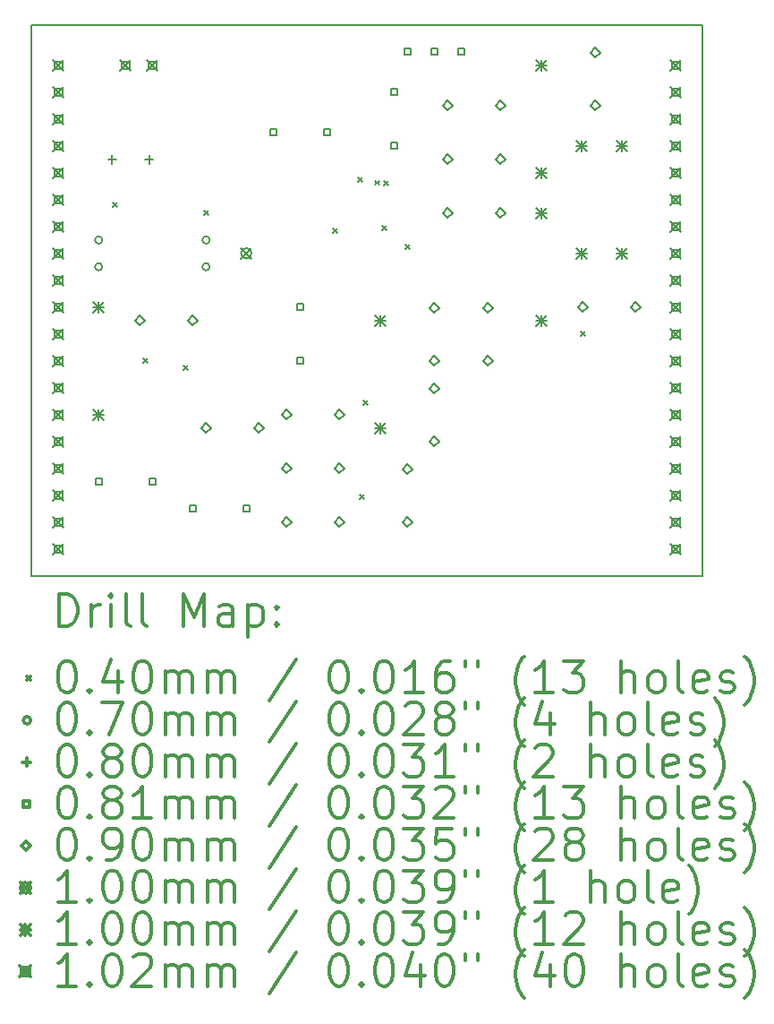
<source format=gbr>
%FSLAX45Y45*%
G04 Gerber Fmt 4.5, Leading zero omitted, Abs format (unit mm)*
G04 Created by KiCad (PCBNEW 4.0.4+e1-6308~48~ubuntu16.04.1-stable) date Tue Sep  6 14:07:28 2016*
%MOMM*%
%LPD*%
G01*
G04 APERTURE LIST*
%ADD10C,0.127000*%
%ADD11C,0.150000*%
%ADD12C,0.200000*%
%ADD13C,0.300000*%
G04 APERTURE END LIST*
D10*
D11*
X10795000Y-8382000D02*
X4445000Y-8382000D01*
X10795000Y-13589000D02*
X10795000Y-8382000D01*
X4445000Y-13589000D02*
X10795000Y-13589000D01*
X4445000Y-8382000D02*
X4445000Y-13589000D01*
D12*
X5212400Y-10063800D02*
X5252400Y-10103800D01*
X5252400Y-10063800D02*
X5212400Y-10103800D01*
X5504500Y-11537000D02*
X5544500Y-11577000D01*
X5544500Y-11537000D02*
X5504500Y-11577000D01*
X5885500Y-11600500D02*
X5925500Y-11640500D01*
X5925500Y-11600500D02*
X5885500Y-11640500D01*
X6076000Y-10140000D02*
X6116000Y-10180000D01*
X6116000Y-10140000D02*
X6076000Y-10180000D01*
X7295200Y-10305100D02*
X7335200Y-10345100D01*
X7335200Y-10305100D02*
X7295200Y-10345100D01*
X7536500Y-9822500D02*
X7576500Y-9862500D01*
X7576500Y-9822500D02*
X7536500Y-9862500D01*
X7549200Y-12819700D02*
X7589200Y-12859700D01*
X7589200Y-12819700D02*
X7549200Y-12859700D01*
X7587300Y-11930700D02*
X7627300Y-11970700D01*
X7627300Y-11930700D02*
X7587300Y-11970700D01*
X7695250Y-9854250D02*
X7735250Y-9894250D01*
X7735250Y-9854250D02*
X7695250Y-9894250D01*
X7765100Y-10279700D02*
X7805100Y-10319700D01*
X7805100Y-10279700D02*
X7765100Y-10319700D01*
X7777800Y-9860600D02*
X7817800Y-9900600D01*
X7817800Y-9860600D02*
X7777800Y-9900600D01*
X7981000Y-10457500D02*
X8021000Y-10497500D01*
X8021000Y-10457500D02*
X7981000Y-10497500D01*
X9644700Y-11283000D02*
X9684700Y-11323000D01*
X9684700Y-11283000D02*
X9644700Y-11323000D01*
X5115000Y-10414254D02*
G75*
G03X5115000Y-10414254I-35052J0D01*
G01*
X5115104Y-10667746D02*
G75*
G03X5115104Y-10667746I-35052J0D01*
G01*
X6131000Y-10414254D02*
G75*
G03X6131000Y-10414254I-35052J0D01*
G01*
X6131104Y-10667746D02*
G75*
G03X6131104Y-10667746I-35052J0D01*
G01*
X5207000Y-9612000D02*
X5207000Y-9692000D01*
X5167000Y-9652000D02*
X5247000Y-9652000D01*
X5557000Y-9612000D02*
X5557000Y-9692000D01*
X5517000Y-9652000D02*
X5597000Y-9652000D01*
X5108737Y-12728737D02*
X5108737Y-12671263D01*
X5051263Y-12671263D01*
X5051263Y-12728737D01*
X5108737Y-12728737D01*
X5616737Y-12728737D02*
X5616737Y-12671263D01*
X5559263Y-12671263D01*
X5559263Y-12728737D01*
X5616737Y-12728737D01*
X5997737Y-12982737D02*
X5997737Y-12925263D01*
X5940263Y-12925263D01*
X5940263Y-12982737D01*
X5997737Y-12982737D01*
X6505737Y-12982737D02*
X6505737Y-12925263D01*
X6448263Y-12925263D01*
X6448263Y-12982737D01*
X6505737Y-12982737D01*
X6759737Y-9426737D02*
X6759737Y-9369263D01*
X6702263Y-9369263D01*
X6702263Y-9426737D01*
X6759737Y-9426737D01*
X7013737Y-11077737D02*
X7013737Y-11020263D01*
X6956263Y-11020263D01*
X6956263Y-11077737D01*
X7013737Y-11077737D01*
X7013737Y-11585737D02*
X7013737Y-11528263D01*
X6956263Y-11528263D01*
X6956263Y-11585737D01*
X7013737Y-11585737D01*
X7267737Y-9426737D02*
X7267737Y-9369263D01*
X7210263Y-9369263D01*
X7210263Y-9426737D01*
X7267737Y-9426737D01*
X7902737Y-9045737D02*
X7902737Y-8988263D01*
X7845263Y-8988263D01*
X7845263Y-9045737D01*
X7902737Y-9045737D01*
X7902737Y-9553737D02*
X7902737Y-9496263D01*
X7845263Y-9496263D01*
X7845263Y-9553737D01*
X7902737Y-9553737D01*
X8029737Y-8664737D02*
X8029737Y-8607263D01*
X7972263Y-8607263D01*
X7972263Y-8664737D01*
X8029737Y-8664737D01*
X8283737Y-8664737D02*
X8283737Y-8607263D01*
X8226263Y-8607263D01*
X8226263Y-8664737D01*
X8283737Y-8664737D01*
X8537737Y-8664737D02*
X8537737Y-8607263D01*
X8480263Y-8607263D01*
X8480263Y-8664737D01*
X8537737Y-8664737D01*
X5469000Y-11221000D02*
X5514000Y-11176000D01*
X5469000Y-11131000D01*
X5424000Y-11176000D01*
X5469000Y-11221000D01*
X5969000Y-11221000D02*
X6014000Y-11176000D01*
X5969000Y-11131000D01*
X5924000Y-11176000D01*
X5969000Y-11221000D01*
X6096000Y-12237000D02*
X6141000Y-12192000D01*
X6096000Y-12147000D01*
X6051000Y-12192000D01*
X6096000Y-12237000D01*
X6596000Y-12237000D02*
X6641000Y-12192000D01*
X6596000Y-12147000D01*
X6551000Y-12192000D01*
X6596000Y-12237000D01*
X6858000Y-12110000D02*
X6903000Y-12065000D01*
X6858000Y-12020000D01*
X6813000Y-12065000D01*
X6858000Y-12110000D01*
X6858000Y-12618000D02*
X6903000Y-12573000D01*
X6858000Y-12528000D01*
X6813000Y-12573000D01*
X6858000Y-12618000D01*
X6858000Y-13126000D02*
X6903000Y-13081000D01*
X6858000Y-13036000D01*
X6813000Y-13081000D01*
X6858000Y-13126000D01*
X7358000Y-12110000D02*
X7403000Y-12065000D01*
X7358000Y-12020000D01*
X7313000Y-12065000D01*
X7358000Y-12110000D01*
X7358000Y-12618000D02*
X7403000Y-12573000D01*
X7358000Y-12528000D01*
X7313000Y-12573000D01*
X7358000Y-12618000D01*
X7358000Y-13126000D02*
X7403000Y-13081000D01*
X7358000Y-13036000D01*
X7313000Y-13081000D01*
X7358000Y-13126000D01*
X8001000Y-12626000D02*
X8046000Y-12581000D01*
X8001000Y-12536000D01*
X7956000Y-12581000D01*
X8001000Y-12626000D01*
X8001000Y-13126000D02*
X8046000Y-13081000D01*
X8001000Y-13036000D01*
X7956000Y-13081000D01*
X8001000Y-13126000D01*
X8255000Y-11102000D02*
X8300000Y-11057000D01*
X8255000Y-11012000D01*
X8210000Y-11057000D01*
X8255000Y-11102000D01*
X8255000Y-11602000D02*
X8300000Y-11557000D01*
X8255000Y-11512000D01*
X8210000Y-11557000D01*
X8255000Y-11602000D01*
X8255000Y-11864000D02*
X8300000Y-11819000D01*
X8255000Y-11774000D01*
X8210000Y-11819000D01*
X8255000Y-11864000D01*
X8255000Y-12364000D02*
X8300000Y-12319000D01*
X8255000Y-12274000D01*
X8210000Y-12319000D01*
X8255000Y-12364000D01*
X8382000Y-9189000D02*
X8427000Y-9144000D01*
X8382000Y-9099000D01*
X8337000Y-9144000D01*
X8382000Y-9189000D01*
X8382000Y-9697000D02*
X8427000Y-9652000D01*
X8382000Y-9607000D01*
X8337000Y-9652000D01*
X8382000Y-9697000D01*
X8382000Y-10205000D02*
X8427000Y-10160000D01*
X8382000Y-10115000D01*
X8337000Y-10160000D01*
X8382000Y-10205000D01*
X8763000Y-11102000D02*
X8808000Y-11057000D01*
X8763000Y-11012000D01*
X8718000Y-11057000D01*
X8763000Y-11102000D01*
X8763000Y-11602000D02*
X8808000Y-11557000D01*
X8763000Y-11512000D01*
X8718000Y-11557000D01*
X8763000Y-11602000D01*
X8882000Y-9189000D02*
X8927000Y-9144000D01*
X8882000Y-9099000D01*
X8837000Y-9144000D01*
X8882000Y-9189000D01*
X8882000Y-9697000D02*
X8927000Y-9652000D01*
X8882000Y-9607000D01*
X8837000Y-9652000D01*
X8882000Y-9697000D01*
X8882000Y-10205000D02*
X8927000Y-10160000D01*
X8882000Y-10115000D01*
X8837000Y-10160000D01*
X8882000Y-10205000D01*
X9660000Y-11094000D02*
X9705000Y-11049000D01*
X9660000Y-11004000D01*
X9615000Y-11049000D01*
X9660000Y-11094000D01*
X9779000Y-8689000D02*
X9824000Y-8644000D01*
X9779000Y-8599000D01*
X9734000Y-8644000D01*
X9779000Y-8689000D01*
X9779000Y-9189000D02*
X9824000Y-9144000D01*
X9779000Y-9099000D01*
X9734000Y-9144000D01*
X9779000Y-9189000D01*
X10160000Y-11094000D02*
X10205000Y-11049000D01*
X10160000Y-11004000D01*
X10115000Y-11049000D01*
X10160000Y-11094000D01*
X6427000Y-10491000D02*
X6527000Y-10591000D01*
X6527000Y-10491000D02*
X6427000Y-10591000D01*
X6527000Y-10541000D02*
G75*
G03X6527000Y-10541000I-50000J0D01*
G01*
X5029962Y-10998962D02*
X5130038Y-11099038D01*
X5130038Y-10998962D02*
X5029962Y-11099038D01*
X5080000Y-10998962D02*
X5080000Y-11099038D01*
X5029962Y-11049000D02*
X5130038Y-11049000D01*
X5029962Y-12014962D02*
X5130038Y-12115038D01*
X5130038Y-12014962D02*
X5029962Y-12115038D01*
X5080000Y-12014962D02*
X5080000Y-12115038D01*
X5029962Y-12065000D02*
X5130038Y-12065000D01*
X7696962Y-11125962D02*
X7797038Y-11226038D01*
X7797038Y-11125962D02*
X7696962Y-11226038D01*
X7747000Y-11125962D02*
X7747000Y-11226038D01*
X7696962Y-11176000D02*
X7797038Y-11176000D01*
X7696962Y-12141962D02*
X7797038Y-12242038D01*
X7797038Y-12141962D02*
X7696962Y-12242038D01*
X7747000Y-12141962D02*
X7747000Y-12242038D01*
X7696962Y-12192000D02*
X7797038Y-12192000D01*
X9220962Y-8712962D02*
X9321038Y-8813038D01*
X9321038Y-8712962D02*
X9220962Y-8813038D01*
X9271000Y-8712962D02*
X9271000Y-8813038D01*
X9220962Y-8763000D02*
X9321038Y-8763000D01*
X9220962Y-9728962D02*
X9321038Y-9829038D01*
X9321038Y-9728962D02*
X9220962Y-9829038D01*
X9271000Y-9728962D02*
X9271000Y-9829038D01*
X9220962Y-9779000D02*
X9321038Y-9779000D01*
X9220962Y-10109962D02*
X9321038Y-10210038D01*
X9321038Y-10109962D02*
X9220962Y-10210038D01*
X9271000Y-10109962D02*
X9271000Y-10210038D01*
X9220962Y-10160000D02*
X9321038Y-10160000D01*
X9220962Y-11125962D02*
X9321038Y-11226038D01*
X9321038Y-11125962D02*
X9220962Y-11226038D01*
X9271000Y-11125962D02*
X9271000Y-11226038D01*
X9220962Y-11176000D02*
X9321038Y-11176000D01*
X9601962Y-9474962D02*
X9702038Y-9575038D01*
X9702038Y-9474962D02*
X9601962Y-9575038D01*
X9652000Y-9474962D02*
X9652000Y-9575038D01*
X9601962Y-9525000D02*
X9702038Y-9525000D01*
X9601962Y-10490962D02*
X9702038Y-10591038D01*
X9702038Y-10490962D02*
X9601962Y-10591038D01*
X9652000Y-10490962D02*
X9652000Y-10591038D01*
X9601962Y-10541000D02*
X9702038Y-10541000D01*
X9982962Y-9474962D02*
X10083038Y-9575038D01*
X10083038Y-9474962D02*
X9982962Y-9575038D01*
X10033000Y-9474962D02*
X10033000Y-9575038D01*
X9982962Y-9525000D02*
X10083038Y-9525000D01*
X9982962Y-10490962D02*
X10083038Y-10591038D01*
X10083038Y-10490962D02*
X9982962Y-10591038D01*
X10033000Y-10490962D02*
X10033000Y-10591038D01*
X9982962Y-10541000D02*
X10083038Y-10541000D01*
X4648200Y-8712200D02*
X4749800Y-8813800D01*
X4749800Y-8712200D02*
X4648200Y-8813800D01*
X4734921Y-8798921D02*
X4734921Y-8727079D01*
X4663079Y-8727079D01*
X4663079Y-8798921D01*
X4734921Y-8798921D01*
X4648200Y-8966200D02*
X4749800Y-9067800D01*
X4749800Y-8966200D02*
X4648200Y-9067800D01*
X4734921Y-9052921D02*
X4734921Y-8981079D01*
X4663079Y-8981079D01*
X4663079Y-9052921D01*
X4734921Y-9052921D01*
X4648200Y-9220200D02*
X4749800Y-9321800D01*
X4749800Y-9220200D02*
X4648200Y-9321800D01*
X4734921Y-9306921D02*
X4734921Y-9235079D01*
X4663079Y-9235079D01*
X4663079Y-9306921D01*
X4734921Y-9306921D01*
X4648200Y-9474200D02*
X4749800Y-9575800D01*
X4749800Y-9474200D02*
X4648200Y-9575800D01*
X4734921Y-9560921D02*
X4734921Y-9489079D01*
X4663079Y-9489079D01*
X4663079Y-9560921D01*
X4734921Y-9560921D01*
X4648200Y-9728200D02*
X4749800Y-9829800D01*
X4749800Y-9728200D02*
X4648200Y-9829800D01*
X4734921Y-9814921D02*
X4734921Y-9743079D01*
X4663079Y-9743079D01*
X4663079Y-9814921D01*
X4734921Y-9814921D01*
X4648200Y-9982200D02*
X4749800Y-10083800D01*
X4749800Y-9982200D02*
X4648200Y-10083800D01*
X4734921Y-10068921D02*
X4734921Y-9997079D01*
X4663079Y-9997079D01*
X4663079Y-10068921D01*
X4734921Y-10068921D01*
X4648200Y-10236200D02*
X4749800Y-10337800D01*
X4749800Y-10236200D02*
X4648200Y-10337800D01*
X4734921Y-10322921D02*
X4734921Y-10251079D01*
X4663079Y-10251079D01*
X4663079Y-10322921D01*
X4734921Y-10322921D01*
X4648200Y-10490200D02*
X4749800Y-10591800D01*
X4749800Y-10490200D02*
X4648200Y-10591800D01*
X4734921Y-10576921D02*
X4734921Y-10505079D01*
X4663079Y-10505079D01*
X4663079Y-10576921D01*
X4734921Y-10576921D01*
X4648200Y-10744200D02*
X4749800Y-10845800D01*
X4749800Y-10744200D02*
X4648200Y-10845800D01*
X4734921Y-10830921D02*
X4734921Y-10759079D01*
X4663079Y-10759079D01*
X4663079Y-10830921D01*
X4734921Y-10830921D01*
X4648200Y-10998200D02*
X4749800Y-11099800D01*
X4749800Y-10998200D02*
X4648200Y-11099800D01*
X4734921Y-11084921D02*
X4734921Y-11013079D01*
X4663079Y-11013079D01*
X4663079Y-11084921D01*
X4734921Y-11084921D01*
X4648200Y-11252200D02*
X4749800Y-11353800D01*
X4749800Y-11252200D02*
X4648200Y-11353800D01*
X4734921Y-11338921D02*
X4734921Y-11267079D01*
X4663079Y-11267079D01*
X4663079Y-11338921D01*
X4734921Y-11338921D01*
X4648200Y-11506200D02*
X4749800Y-11607800D01*
X4749800Y-11506200D02*
X4648200Y-11607800D01*
X4734921Y-11592921D02*
X4734921Y-11521079D01*
X4663079Y-11521079D01*
X4663079Y-11592921D01*
X4734921Y-11592921D01*
X4648200Y-11760200D02*
X4749800Y-11861800D01*
X4749800Y-11760200D02*
X4648200Y-11861800D01*
X4734921Y-11846921D02*
X4734921Y-11775079D01*
X4663079Y-11775079D01*
X4663079Y-11846921D01*
X4734921Y-11846921D01*
X4648200Y-12014200D02*
X4749800Y-12115800D01*
X4749800Y-12014200D02*
X4648200Y-12115800D01*
X4734921Y-12100921D02*
X4734921Y-12029079D01*
X4663079Y-12029079D01*
X4663079Y-12100921D01*
X4734921Y-12100921D01*
X4648200Y-12268200D02*
X4749800Y-12369800D01*
X4749800Y-12268200D02*
X4648200Y-12369800D01*
X4734921Y-12354921D02*
X4734921Y-12283079D01*
X4663079Y-12283079D01*
X4663079Y-12354921D01*
X4734921Y-12354921D01*
X4648200Y-12522200D02*
X4749800Y-12623800D01*
X4749800Y-12522200D02*
X4648200Y-12623800D01*
X4734921Y-12608921D02*
X4734921Y-12537079D01*
X4663079Y-12537079D01*
X4663079Y-12608921D01*
X4734921Y-12608921D01*
X4648200Y-12776200D02*
X4749800Y-12877800D01*
X4749800Y-12776200D02*
X4648200Y-12877800D01*
X4734921Y-12862921D02*
X4734921Y-12791079D01*
X4663079Y-12791079D01*
X4663079Y-12862921D01*
X4734921Y-12862921D01*
X4648200Y-13030200D02*
X4749800Y-13131800D01*
X4749800Y-13030200D02*
X4648200Y-13131800D01*
X4734921Y-13116921D02*
X4734921Y-13045079D01*
X4663079Y-13045079D01*
X4663079Y-13116921D01*
X4734921Y-13116921D01*
X4648200Y-13284200D02*
X4749800Y-13385800D01*
X4749800Y-13284200D02*
X4648200Y-13385800D01*
X4734921Y-13370921D02*
X4734921Y-13299079D01*
X4663079Y-13299079D01*
X4663079Y-13370921D01*
X4734921Y-13370921D01*
X5283200Y-8712200D02*
X5384800Y-8813800D01*
X5384800Y-8712200D02*
X5283200Y-8813800D01*
X5369921Y-8798921D02*
X5369921Y-8727079D01*
X5298079Y-8727079D01*
X5298079Y-8798921D01*
X5369921Y-8798921D01*
X5537200Y-8712200D02*
X5638800Y-8813800D01*
X5638800Y-8712200D02*
X5537200Y-8813800D01*
X5623921Y-8798921D02*
X5623921Y-8727079D01*
X5552079Y-8727079D01*
X5552079Y-8798921D01*
X5623921Y-8798921D01*
X10490200Y-8712200D02*
X10591800Y-8813800D01*
X10591800Y-8712200D02*
X10490200Y-8813800D01*
X10576921Y-8798921D02*
X10576921Y-8727079D01*
X10505079Y-8727079D01*
X10505079Y-8798921D01*
X10576921Y-8798921D01*
X10490200Y-8966200D02*
X10591800Y-9067800D01*
X10591800Y-8966200D02*
X10490200Y-9067800D01*
X10576921Y-9052921D02*
X10576921Y-8981079D01*
X10505079Y-8981079D01*
X10505079Y-9052921D01*
X10576921Y-9052921D01*
X10490200Y-9220200D02*
X10591800Y-9321800D01*
X10591800Y-9220200D02*
X10490200Y-9321800D01*
X10576921Y-9306921D02*
X10576921Y-9235079D01*
X10505079Y-9235079D01*
X10505079Y-9306921D01*
X10576921Y-9306921D01*
X10490200Y-9474200D02*
X10591800Y-9575800D01*
X10591800Y-9474200D02*
X10490200Y-9575800D01*
X10576921Y-9560921D02*
X10576921Y-9489079D01*
X10505079Y-9489079D01*
X10505079Y-9560921D01*
X10576921Y-9560921D01*
X10490200Y-9728200D02*
X10591800Y-9829800D01*
X10591800Y-9728200D02*
X10490200Y-9829800D01*
X10576921Y-9814921D02*
X10576921Y-9743079D01*
X10505079Y-9743079D01*
X10505079Y-9814921D01*
X10576921Y-9814921D01*
X10490200Y-9982200D02*
X10591800Y-10083800D01*
X10591800Y-9982200D02*
X10490200Y-10083800D01*
X10576921Y-10068921D02*
X10576921Y-9997079D01*
X10505079Y-9997079D01*
X10505079Y-10068921D01*
X10576921Y-10068921D01*
X10490200Y-10236200D02*
X10591800Y-10337800D01*
X10591800Y-10236200D02*
X10490200Y-10337800D01*
X10576921Y-10322921D02*
X10576921Y-10251079D01*
X10505079Y-10251079D01*
X10505079Y-10322921D01*
X10576921Y-10322921D01*
X10490200Y-10490200D02*
X10591800Y-10591800D01*
X10591800Y-10490200D02*
X10490200Y-10591800D01*
X10576921Y-10576921D02*
X10576921Y-10505079D01*
X10505079Y-10505079D01*
X10505079Y-10576921D01*
X10576921Y-10576921D01*
X10490200Y-10744200D02*
X10591800Y-10845800D01*
X10591800Y-10744200D02*
X10490200Y-10845800D01*
X10576921Y-10830921D02*
X10576921Y-10759079D01*
X10505079Y-10759079D01*
X10505079Y-10830921D01*
X10576921Y-10830921D01*
X10490200Y-10998200D02*
X10591800Y-11099800D01*
X10591800Y-10998200D02*
X10490200Y-11099800D01*
X10576921Y-11084921D02*
X10576921Y-11013079D01*
X10505079Y-11013079D01*
X10505079Y-11084921D01*
X10576921Y-11084921D01*
X10490200Y-11252200D02*
X10591800Y-11353800D01*
X10591800Y-11252200D02*
X10490200Y-11353800D01*
X10576921Y-11338921D02*
X10576921Y-11267079D01*
X10505079Y-11267079D01*
X10505079Y-11338921D01*
X10576921Y-11338921D01*
X10490200Y-11506200D02*
X10591800Y-11607800D01*
X10591800Y-11506200D02*
X10490200Y-11607800D01*
X10576921Y-11592921D02*
X10576921Y-11521079D01*
X10505079Y-11521079D01*
X10505079Y-11592921D01*
X10576921Y-11592921D01*
X10490200Y-11760200D02*
X10591800Y-11861800D01*
X10591800Y-11760200D02*
X10490200Y-11861800D01*
X10576921Y-11846921D02*
X10576921Y-11775079D01*
X10505079Y-11775079D01*
X10505079Y-11846921D01*
X10576921Y-11846921D01*
X10490200Y-12014200D02*
X10591800Y-12115800D01*
X10591800Y-12014200D02*
X10490200Y-12115800D01*
X10576921Y-12100921D02*
X10576921Y-12029079D01*
X10505079Y-12029079D01*
X10505079Y-12100921D01*
X10576921Y-12100921D01*
X10490200Y-12268200D02*
X10591800Y-12369800D01*
X10591800Y-12268200D02*
X10490200Y-12369800D01*
X10576921Y-12354921D02*
X10576921Y-12283079D01*
X10505079Y-12283079D01*
X10505079Y-12354921D01*
X10576921Y-12354921D01*
X10490200Y-12522200D02*
X10591800Y-12623800D01*
X10591800Y-12522200D02*
X10490200Y-12623800D01*
X10576921Y-12608921D02*
X10576921Y-12537079D01*
X10505079Y-12537079D01*
X10505079Y-12608921D01*
X10576921Y-12608921D01*
X10490200Y-12776200D02*
X10591800Y-12877800D01*
X10591800Y-12776200D02*
X10490200Y-12877800D01*
X10576921Y-12862921D02*
X10576921Y-12791079D01*
X10505079Y-12791079D01*
X10505079Y-12862921D01*
X10576921Y-12862921D01*
X10490200Y-13030200D02*
X10591800Y-13131800D01*
X10591800Y-13030200D02*
X10490200Y-13131800D01*
X10576921Y-13116921D02*
X10576921Y-13045079D01*
X10505079Y-13045079D01*
X10505079Y-13116921D01*
X10576921Y-13116921D01*
X10490200Y-13284200D02*
X10591800Y-13385800D01*
X10591800Y-13284200D02*
X10490200Y-13385800D01*
X10576921Y-13370921D02*
X10576921Y-13299079D01*
X10505079Y-13299079D01*
X10505079Y-13370921D01*
X10576921Y-13370921D01*
D13*
X4708929Y-14062214D02*
X4708929Y-13762214D01*
X4780357Y-13762214D01*
X4823214Y-13776500D01*
X4851786Y-13805071D01*
X4866071Y-13833643D01*
X4880357Y-13890786D01*
X4880357Y-13933643D01*
X4866071Y-13990786D01*
X4851786Y-14019357D01*
X4823214Y-14047929D01*
X4780357Y-14062214D01*
X4708929Y-14062214D01*
X5008929Y-14062214D02*
X5008929Y-13862214D01*
X5008929Y-13919357D02*
X5023214Y-13890786D01*
X5037500Y-13876500D01*
X5066071Y-13862214D01*
X5094643Y-13862214D01*
X5194643Y-14062214D02*
X5194643Y-13862214D01*
X5194643Y-13762214D02*
X5180357Y-13776500D01*
X5194643Y-13790786D01*
X5208929Y-13776500D01*
X5194643Y-13762214D01*
X5194643Y-13790786D01*
X5380357Y-14062214D02*
X5351786Y-14047929D01*
X5337500Y-14019357D01*
X5337500Y-13762214D01*
X5537500Y-14062214D02*
X5508929Y-14047929D01*
X5494643Y-14019357D01*
X5494643Y-13762214D01*
X5880357Y-14062214D02*
X5880357Y-13762214D01*
X5980357Y-13976500D01*
X6080357Y-13762214D01*
X6080357Y-14062214D01*
X6351786Y-14062214D02*
X6351786Y-13905071D01*
X6337500Y-13876500D01*
X6308928Y-13862214D01*
X6251786Y-13862214D01*
X6223214Y-13876500D01*
X6351786Y-14047929D02*
X6323214Y-14062214D01*
X6251786Y-14062214D01*
X6223214Y-14047929D01*
X6208928Y-14019357D01*
X6208928Y-13990786D01*
X6223214Y-13962214D01*
X6251786Y-13947929D01*
X6323214Y-13947929D01*
X6351786Y-13933643D01*
X6494643Y-13862214D02*
X6494643Y-14162214D01*
X6494643Y-13876500D02*
X6523214Y-13862214D01*
X6580357Y-13862214D01*
X6608928Y-13876500D01*
X6623214Y-13890786D01*
X6637500Y-13919357D01*
X6637500Y-14005071D01*
X6623214Y-14033643D01*
X6608928Y-14047929D01*
X6580357Y-14062214D01*
X6523214Y-14062214D01*
X6494643Y-14047929D01*
X6766071Y-14033643D02*
X6780357Y-14047929D01*
X6766071Y-14062214D01*
X6751786Y-14047929D01*
X6766071Y-14033643D01*
X6766071Y-14062214D01*
X6766071Y-13876500D02*
X6780357Y-13890786D01*
X6766071Y-13905071D01*
X6751786Y-13890786D01*
X6766071Y-13876500D01*
X6766071Y-13905071D01*
X4397500Y-14536500D02*
X4437500Y-14576500D01*
X4437500Y-14536500D02*
X4397500Y-14576500D01*
X4766071Y-14392214D02*
X4794643Y-14392214D01*
X4823214Y-14406500D01*
X4837500Y-14420786D01*
X4851786Y-14449357D01*
X4866071Y-14506500D01*
X4866071Y-14577929D01*
X4851786Y-14635071D01*
X4837500Y-14663643D01*
X4823214Y-14677929D01*
X4794643Y-14692214D01*
X4766071Y-14692214D01*
X4737500Y-14677929D01*
X4723214Y-14663643D01*
X4708929Y-14635071D01*
X4694643Y-14577929D01*
X4694643Y-14506500D01*
X4708929Y-14449357D01*
X4723214Y-14420786D01*
X4737500Y-14406500D01*
X4766071Y-14392214D01*
X4994643Y-14663643D02*
X5008929Y-14677929D01*
X4994643Y-14692214D01*
X4980357Y-14677929D01*
X4994643Y-14663643D01*
X4994643Y-14692214D01*
X5266071Y-14492214D02*
X5266071Y-14692214D01*
X5194643Y-14377929D02*
X5123214Y-14592214D01*
X5308928Y-14592214D01*
X5480357Y-14392214D02*
X5508929Y-14392214D01*
X5537500Y-14406500D01*
X5551786Y-14420786D01*
X5566071Y-14449357D01*
X5580357Y-14506500D01*
X5580357Y-14577929D01*
X5566071Y-14635071D01*
X5551786Y-14663643D01*
X5537500Y-14677929D01*
X5508929Y-14692214D01*
X5480357Y-14692214D01*
X5451786Y-14677929D01*
X5437500Y-14663643D01*
X5423214Y-14635071D01*
X5408929Y-14577929D01*
X5408929Y-14506500D01*
X5423214Y-14449357D01*
X5437500Y-14420786D01*
X5451786Y-14406500D01*
X5480357Y-14392214D01*
X5708928Y-14692214D02*
X5708928Y-14492214D01*
X5708928Y-14520786D02*
X5723214Y-14506500D01*
X5751786Y-14492214D01*
X5794643Y-14492214D01*
X5823214Y-14506500D01*
X5837500Y-14535071D01*
X5837500Y-14692214D01*
X5837500Y-14535071D02*
X5851786Y-14506500D01*
X5880357Y-14492214D01*
X5923214Y-14492214D01*
X5951786Y-14506500D01*
X5966071Y-14535071D01*
X5966071Y-14692214D01*
X6108928Y-14692214D02*
X6108928Y-14492214D01*
X6108928Y-14520786D02*
X6123214Y-14506500D01*
X6151786Y-14492214D01*
X6194643Y-14492214D01*
X6223214Y-14506500D01*
X6237500Y-14535071D01*
X6237500Y-14692214D01*
X6237500Y-14535071D02*
X6251786Y-14506500D01*
X6280357Y-14492214D01*
X6323214Y-14492214D01*
X6351786Y-14506500D01*
X6366071Y-14535071D01*
X6366071Y-14692214D01*
X6951786Y-14377929D02*
X6694643Y-14763643D01*
X7337500Y-14392214D02*
X7366071Y-14392214D01*
X7394643Y-14406500D01*
X7408928Y-14420786D01*
X7423214Y-14449357D01*
X7437500Y-14506500D01*
X7437500Y-14577929D01*
X7423214Y-14635071D01*
X7408928Y-14663643D01*
X7394643Y-14677929D01*
X7366071Y-14692214D01*
X7337500Y-14692214D01*
X7308928Y-14677929D01*
X7294643Y-14663643D01*
X7280357Y-14635071D01*
X7266071Y-14577929D01*
X7266071Y-14506500D01*
X7280357Y-14449357D01*
X7294643Y-14420786D01*
X7308928Y-14406500D01*
X7337500Y-14392214D01*
X7566071Y-14663643D02*
X7580357Y-14677929D01*
X7566071Y-14692214D01*
X7551786Y-14677929D01*
X7566071Y-14663643D01*
X7566071Y-14692214D01*
X7766071Y-14392214D02*
X7794643Y-14392214D01*
X7823214Y-14406500D01*
X7837500Y-14420786D01*
X7851785Y-14449357D01*
X7866071Y-14506500D01*
X7866071Y-14577929D01*
X7851785Y-14635071D01*
X7837500Y-14663643D01*
X7823214Y-14677929D01*
X7794643Y-14692214D01*
X7766071Y-14692214D01*
X7737500Y-14677929D01*
X7723214Y-14663643D01*
X7708928Y-14635071D01*
X7694643Y-14577929D01*
X7694643Y-14506500D01*
X7708928Y-14449357D01*
X7723214Y-14420786D01*
X7737500Y-14406500D01*
X7766071Y-14392214D01*
X8151785Y-14692214D02*
X7980357Y-14692214D01*
X8066071Y-14692214D02*
X8066071Y-14392214D01*
X8037500Y-14435071D01*
X8008928Y-14463643D01*
X7980357Y-14477929D01*
X8408928Y-14392214D02*
X8351785Y-14392214D01*
X8323214Y-14406500D01*
X8308928Y-14420786D01*
X8280357Y-14463643D01*
X8266071Y-14520786D01*
X8266071Y-14635071D01*
X8280357Y-14663643D01*
X8294643Y-14677929D01*
X8323214Y-14692214D01*
X8380357Y-14692214D01*
X8408928Y-14677929D01*
X8423214Y-14663643D01*
X8437500Y-14635071D01*
X8437500Y-14563643D01*
X8423214Y-14535071D01*
X8408928Y-14520786D01*
X8380357Y-14506500D01*
X8323214Y-14506500D01*
X8294643Y-14520786D01*
X8280357Y-14535071D01*
X8266071Y-14563643D01*
X8551786Y-14392214D02*
X8551786Y-14449357D01*
X8666071Y-14392214D02*
X8666071Y-14449357D01*
X9108928Y-14806500D02*
X9094643Y-14792214D01*
X9066071Y-14749357D01*
X9051786Y-14720786D01*
X9037500Y-14677929D01*
X9023214Y-14606500D01*
X9023214Y-14549357D01*
X9037500Y-14477929D01*
X9051786Y-14435071D01*
X9066071Y-14406500D01*
X9094643Y-14363643D01*
X9108928Y-14349357D01*
X9380357Y-14692214D02*
X9208928Y-14692214D01*
X9294643Y-14692214D02*
X9294643Y-14392214D01*
X9266071Y-14435071D01*
X9237500Y-14463643D01*
X9208928Y-14477929D01*
X9480357Y-14392214D02*
X9666071Y-14392214D01*
X9566071Y-14506500D01*
X9608928Y-14506500D01*
X9637500Y-14520786D01*
X9651786Y-14535071D01*
X9666071Y-14563643D01*
X9666071Y-14635071D01*
X9651786Y-14663643D01*
X9637500Y-14677929D01*
X9608928Y-14692214D01*
X9523214Y-14692214D01*
X9494643Y-14677929D01*
X9480357Y-14663643D01*
X10023214Y-14692214D02*
X10023214Y-14392214D01*
X10151786Y-14692214D02*
X10151786Y-14535071D01*
X10137500Y-14506500D01*
X10108928Y-14492214D01*
X10066071Y-14492214D01*
X10037500Y-14506500D01*
X10023214Y-14520786D01*
X10337500Y-14692214D02*
X10308928Y-14677929D01*
X10294643Y-14663643D01*
X10280357Y-14635071D01*
X10280357Y-14549357D01*
X10294643Y-14520786D01*
X10308928Y-14506500D01*
X10337500Y-14492214D01*
X10380357Y-14492214D01*
X10408928Y-14506500D01*
X10423214Y-14520786D01*
X10437500Y-14549357D01*
X10437500Y-14635071D01*
X10423214Y-14663643D01*
X10408928Y-14677929D01*
X10380357Y-14692214D01*
X10337500Y-14692214D01*
X10608928Y-14692214D02*
X10580357Y-14677929D01*
X10566071Y-14649357D01*
X10566071Y-14392214D01*
X10837500Y-14677929D02*
X10808929Y-14692214D01*
X10751786Y-14692214D01*
X10723214Y-14677929D01*
X10708929Y-14649357D01*
X10708929Y-14535071D01*
X10723214Y-14506500D01*
X10751786Y-14492214D01*
X10808929Y-14492214D01*
X10837500Y-14506500D01*
X10851786Y-14535071D01*
X10851786Y-14563643D01*
X10708929Y-14592214D01*
X10966071Y-14677929D02*
X10994643Y-14692214D01*
X11051786Y-14692214D01*
X11080357Y-14677929D01*
X11094643Y-14649357D01*
X11094643Y-14635071D01*
X11080357Y-14606500D01*
X11051786Y-14592214D01*
X11008929Y-14592214D01*
X10980357Y-14577929D01*
X10966071Y-14549357D01*
X10966071Y-14535071D01*
X10980357Y-14506500D01*
X11008929Y-14492214D01*
X11051786Y-14492214D01*
X11080357Y-14506500D01*
X11194643Y-14806500D02*
X11208928Y-14792214D01*
X11237500Y-14749357D01*
X11251786Y-14720786D01*
X11266071Y-14677929D01*
X11280357Y-14606500D01*
X11280357Y-14549357D01*
X11266071Y-14477929D01*
X11251786Y-14435071D01*
X11237500Y-14406500D01*
X11208928Y-14363643D01*
X11194643Y-14349357D01*
X4437500Y-14952500D02*
G75*
G03X4437500Y-14952500I-35052J0D01*
G01*
X4766071Y-14788214D02*
X4794643Y-14788214D01*
X4823214Y-14802500D01*
X4837500Y-14816786D01*
X4851786Y-14845357D01*
X4866071Y-14902500D01*
X4866071Y-14973929D01*
X4851786Y-15031071D01*
X4837500Y-15059643D01*
X4823214Y-15073929D01*
X4794643Y-15088214D01*
X4766071Y-15088214D01*
X4737500Y-15073929D01*
X4723214Y-15059643D01*
X4708929Y-15031071D01*
X4694643Y-14973929D01*
X4694643Y-14902500D01*
X4708929Y-14845357D01*
X4723214Y-14816786D01*
X4737500Y-14802500D01*
X4766071Y-14788214D01*
X4994643Y-15059643D02*
X5008929Y-15073929D01*
X4994643Y-15088214D01*
X4980357Y-15073929D01*
X4994643Y-15059643D01*
X4994643Y-15088214D01*
X5108928Y-14788214D02*
X5308928Y-14788214D01*
X5180357Y-15088214D01*
X5480357Y-14788214D02*
X5508929Y-14788214D01*
X5537500Y-14802500D01*
X5551786Y-14816786D01*
X5566071Y-14845357D01*
X5580357Y-14902500D01*
X5580357Y-14973929D01*
X5566071Y-15031071D01*
X5551786Y-15059643D01*
X5537500Y-15073929D01*
X5508929Y-15088214D01*
X5480357Y-15088214D01*
X5451786Y-15073929D01*
X5437500Y-15059643D01*
X5423214Y-15031071D01*
X5408929Y-14973929D01*
X5408929Y-14902500D01*
X5423214Y-14845357D01*
X5437500Y-14816786D01*
X5451786Y-14802500D01*
X5480357Y-14788214D01*
X5708928Y-15088214D02*
X5708928Y-14888214D01*
X5708928Y-14916786D02*
X5723214Y-14902500D01*
X5751786Y-14888214D01*
X5794643Y-14888214D01*
X5823214Y-14902500D01*
X5837500Y-14931071D01*
X5837500Y-15088214D01*
X5837500Y-14931071D02*
X5851786Y-14902500D01*
X5880357Y-14888214D01*
X5923214Y-14888214D01*
X5951786Y-14902500D01*
X5966071Y-14931071D01*
X5966071Y-15088214D01*
X6108928Y-15088214D02*
X6108928Y-14888214D01*
X6108928Y-14916786D02*
X6123214Y-14902500D01*
X6151786Y-14888214D01*
X6194643Y-14888214D01*
X6223214Y-14902500D01*
X6237500Y-14931071D01*
X6237500Y-15088214D01*
X6237500Y-14931071D02*
X6251786Y-14902500D01*
X6280357Y-14888214D01*
X6323214Y-14888214D01*
X6351786Y-14902500D01*
X6366071Y-14931071D01*
X6366071Y-15088214D01*
X6951786Y-14773929D02*
X6694643Y-15159643D01*
X7337500Y-14788214D02*
X7366071Y-14788214D01*
X7394643Y-14802500D01*
X7408928Y-14816786D01*
X7423214Y-14845357D01*
X7437500Y-14902500D01*
X7437500Y-14973929D01*
X7423214Y-15031071D01*
X7408928Y-15059643D01*
X7394643Y-15073929D01*
X7366071Y-15088214D01*
X7337500Y-15088214D01*
X7308928Y-15073929D01*
X7294643Y-15059643D01*
X7280357Y-15031071D01*
X7266071Y-14973929D01*
X7266071Y-14902500D01*
X7280357Y-14845357D01*
X7294643Y-14816786D01*
X7308928Y-14802500D01*
X7337500Y-14788214D01*
X7566071Y-15059643D02*
X7580357Y-15073929D01*
X7566071Y-15088214D01*
X7551786Y-15073929D01*
X7566071Y-15059643D01*
X7566071Y-15088214D01*
X7766071Y-14788214D02*
X7794643Y-14788214D01*
X7823214Y-14802500D01*
X7837500Y-14816786D01*
X7851785Y-14845357D01*
X7866071Y-14902500D01*
X7866071Y-14973929D01*
X7851785Y-15031071D01*
X7837500Y-15059643D01*
X7823214Y-15073929D01*
X7794643Y-15088214D01*
X7766071Y-15088214D01*
X7737500Y-15073929D01*
X7723214Y-15059643D01*
X7708928Y-15031071D01*
X7694643Y-14973929D01*
X7694643Y-14902500D01*
X7708928Y-14845357D01*
X7723214Y-14816786D01*
X7737500Y-14802500D01*
X7766071Y-14788214D01*
X7980357Y-14816786D02*
X7994643Y-14802500D01*
X8023214Y-14788214D01*
X8094643Y-14788214D01*
X8123214Y-14802500D01*
X8137500Y-14816786D01*
X8151785Y-14845357D01*
X8151785Y-14873929D01*
X8137500Y-14916786D01*
X7966071Y-15088214D01*
X8151785Y-15088214D01*
X8323214Y-14916786D02*
X8294643Y-14902500D01*
X8280357Y-14888214D01*
X8266071Y-14859643D01*
X8266071Y-14845357D01*
X8280357Y-14816786D01*
X8294643Y-14802500D01*
X8323214Y-14788214D01*
X8380357Y-14788214D01*
X8408928Y-14802500D01*
X8423214Y-14816786D01*
X8437500Y-14845357D01*
X8437500Y-14859643D01*
X8423214Y-14888214D01*
X8408928Y-14902500D01*
X8380357Y-14916786D01*
X8323214Y-14916786D01*
X8294643Y-14931071D01*
X8280357Y-14945357D01*
X8266071Y-14973929D01*
X8266071Y-15031071D01*
X8280357Y-15059643D01*
X8294643Y-15073929D01*
X8323214Y-15088214D01*
X8380357Y-15088214D01*
X8408928Y-15073929D01*
X8423214Y-15059643D01*
X8437500Y-15031071D01*
X8437500Y-14973929D01*
X8423214Y-14945357D01*
X8408928Y-14931071D01*
X8380357Y-14916786D01*
X8551786Y-14788214D02*
X8551786Y-14845357D01*
X8666071Y-14788214D02*
X8666071Y-14845357D01*
X9108928Y-15202500D02*
X9094643Y-15188214D01*
X9066071Y-15145357D01*
X9051786Y-15116786D01*
X9037500Y-15073929D01*
X9023214Y-15002500D01*
X9023214Y-14945357D01*
X9037500Y-14873929D01*
X9051786Y-14831071D01*
X9066071Y-14802500D01*
X9094643Y-14759643D01*
X9108928Y-14745357D01*
X9351786Y-14888214D02*
X9351786Y-15088214D01*
X9280357Y-14773929D02*
X9208928Y-14988214D01*
X9394643Y-14988214D01*
X9737500Y-15088214D02*
X9737500Y-14788214D01*
X9866071Y-15088214D02*
X9866071Y-14931071D01*
X9851786Y-14902500D01*
X9823214Y-14888214D01*
X9780357Y-14888214D01*
X9751786Y-14902500D01*
X9737500Y-14916786D01*
X10051786Y-15088214D02*
X10023214Y-15073929D01*
X10008928Y-15059643D01*
X9994643Y-15031071D01*
X9994643Y-14945357D01*
X10008928Y-14916786D01*
X10023214Y-14902500D01*
X10051786Y-14888214D01*
X10094643Y-14888214D01*
X10123214Y-14902500D01*
X10137500Y-14916786D01*
X10151786Y-14945357D01*
X10151786Y-15031071D01*
X10137500Y-15059643D01*
X10123214Y-15073929D01*
X10094643Y-15088214D01*
X10051786Y-15088214D01*
X10323214Y-15088214D02*
X10294643Y-15073929D01*
X10280357Y-15045357D01*
X10280357Y-14788214D01*
X10551786Y-15073929D02*
X10523214Y-15088214D01*
X10466071Y-15088214D01*
X10437500Y-15073929D01*
X10423214Y-15045357D01*
X10423214Y-14931071D01*
X10437500Y-14902500D01*
X10466071Y-14888214D01*
X10523214Y-14888214D01*
X10551786Y-14902500D01*
X10566071Y-14931071D01*
X10566071Y-14959643D01*
X10423214Y-14988214D01*
X10680357Y-15073929D02*
X10708929Y-15088214D01*
X10766071Y-15088214D01*
X10794643Y-15073929D01*
X10808929Y-15045357D01*
X10808929Y-15031071D01*
X10794643Y-15002500D01*
X10766071Y-14988214D01*
X10723214Y-14988214D01*
X10694643Y-14973929D01*
X10680357Y-14945357D01*
X10680357Y-14931071D01*
X10694643Y-14902500D01*
X10723214Y-14888214D01*
X10766071Y-14888214D01*
X10794643Y-14902500D01*
X10908928Y-15202500D02*
X10923214Y-15188214D01*
X10951786Y-15145357D01*
X10966071Y-15116786D01*
X10980357Y-15073929D01*
X10994643Y-15002500D01*
X10994643Y-14945357D01*
X10980357Y-14873929D01*
X10966071Y-14831071D01*
X10951786Y-14802500D01*
X10923214Y-14759643D01*
X10908928Y-14745357D01*
X4397500Y-15308500D02*
X4397500Y-15388500D01*
X4357500Y-15348500D02*
X4437500Y-15348500D01*
X4766071Y-15184214D02*
X4794643Y-15184214D01*
X4823214Y-15198500D01*
X4837500Y-15212786D01*
X4851786Y-15241357D01*
X4866071Y-15298500D01*
X4866071Y-15369929D01*
X4851786Y-15427071D01*
X4837500Y-15455643D01*
X4823214Y-15469929D01*
X4794643Y-15484214D01*
X4766071Y-15484214D01*
X4737500Y-15469929D01*
X4723214Y-15455643D01*
X4708929Y-15427071D01*
X4694643Y-15369929D01*
X4694643Y-15298500D01*
X4708929Y-15241357D01*
X4723214Y-15212786D01*
X4737500Y-15198500D01*
X4766071Y-15184214D01*
X4994643Y-15455643D02*
X5008929Y-15469929D01*
X4994643Y-15484214D01*
X4980357Y-15469929D01*
X4994643Y-15455643D01*
X4994643Y-15484214D01*
X5180357Y-15312786D02*
X5151786Y-15298500D01*
X5137500Y-15284214D01*
X5123214Y-15255643D01*
X5123214Y-15241357D01*
X5137500Y-15212786D01*
X5151786Y-15198500D01*
X5180357Y-15184214D01*
X5237500Y-15184214D01*
X5266071Y-15198500D01*
X5280357Y-15212786D01*
X5294643Y-15241357D01*
X5294643Y-15255643D01*
X5280357Y-15284214D01*
X5266071Y-15298500D01*
X5237500Y-15312786D01*
X5180357Y-15312786D01*
X5151786Y-15327071D01*
X5137500Y-15341357D01*
X5123214Y-15369929D01*
X5123214Y-15427071D01*
X5137500Y-15455643D01*
X5151786Y-15469929D01*
X5180357Y-15484214D01*
X5237500Y-15484214D01*
X5266071Y-15469929D01*
X5280357Y-15455643D01*
X5294643Y-15427071D01*
X5294643Y-15369929D01*
X5280357Y-15341357D01*
X5266071Y-15327071D01*
X5237500Y-15312786D01*
X5480357Y-15184214D02*
X5508929Y-15184214D01*
X5537500Y-15198500D01*
X5551786Y-15212786D01*
X5566071Y-15241357D01*
X5580357Y-15298500D01*
X5580357Y-15369929D01*
X5566071Y-15427071D01*
X5551786Y-15455643D01*
X5537500Y-15469929D01*
X5508929Y-15484214D01*
X5480357Y-15484214D01*
X5451786Y-15469929D01*
X5437500Y-15455643D01*
X5423214Y-15427071D01*
X5408929Y-15369929D01*
X5408929Y-15298500D01*
X5423214Y-15241357D01*
X5437500Y-15212786D01*
X5451786Y-15198500D01*
X5480357Y-15184214D01*
X5708928Y-15484214D02*
X5708928Y-15284214D01*
X5708928Y-15312786D02*
X5723214Y-15298500D01*
X5751786Y-15284214D01*
X5794643Y-15284214D01*
X5823214Y-15298500D01*
X5837500Y-15327071D01*
X5837500Y-15484214D01*
X5837500Y-15327071D02*
X5851786Y-15298500D01*
X5880357Y-15284214D01*
X5923214Y-15284214D01*
X5951786Y-15298500D01*
X5966071Y-15327071D01*
X5966071Y-15484214D01*
X6108928Y-15484214D02*
X6108928Y-15284214D01*
X6108928Y-15312786D02*
X6123214Y-15298500D01*
X6151786Y-15284214D01*
X6194643Y-15284214D01*
X6223214Y-15298500D01*
X6237500Y-15327071D01*
X6237500Y-15484214D01*
X6237500Y-15327071D02*
X6251786Y-15298500D01*
X6280357Y-15284214D01*
X6323214Y-15284214D01*
X6351786Y-15298500D01*
X6366071Y-15327071D01*
X6366071Y-15484214D01*
X6951786Y-15169929D02*
X6694643Y-15555643D01*
X7337500Y-15184214D02*
X7366071Y-15184214D01*
X7394643Y-15198500D01*
X7408928Y-15212786D01*
X7423214Y-15241357D01*
X7437500Y-15298500D01*
X7437500Y-15369929D01*
X7423214Y-15427071D01*
X7408928Y-15455643D01*
X7394643Y-15469929D01*
X7366071Y-15484214D01*
X7337500Y-15484214D01*
X7308928Y-15469929D01*
X7294643Y-15455643D01*
X7280357Y-15427071D01*
X7266071Y-15369929D01*
X7266071Y-15298500D01*
X7280357Y-15241357D01*
X7294643Y-15212786D01*
X7308928Y-15198500D01*
X7337500Y-15184214D01*
X7566071Y-15455643D02*
X7580357Y-15469929D01*
X7566071Y-15484214D01*
X7551786Y-15469929D01*
X7566071Y-15455643D01*
X7566071Y-15484214D01*
X7766071Y-15184214D02*
X7794643Y-15184214D01*
X7823214Y-15198500D01*
X7837500Y-15212786D01*
X7851785Y-15241357D01*
X7866071Y-15298500D01*
X7866071Y-15369929D01*
X7851785Y-15427071D01*
X7837500Y-15455643D01*
X7823214Y-15469929D01*
X7794643Y-15484214D01*
X7766071Y-15484214D01*
X7737500Y-15469929D01*
X7723214Y-15455643D01*
X7708928Y-15427071D01*
X7694643Y-15369929D01*
X7694643Y-15298500D01*
X7708928Y-15241357D01*
X7723214Y-15212786D01*
X7737500Y-15198500D01*
X7766071Y-15184214D01*
X7966071Y-15184214D02*
X8151785Y-15184214D01*
X8051785Y-15298500D01*
X8094643Y-15298500D01*
X8123214Y-15312786D01*
X8137500Y-15327071D01*
X8151785Y-15355643D01*
X8151785Y-15427071D01*
X8137500Y-15455643D01*
X8123214Y-15469929D01*
X8094643Y-15484214D01*
X8008928Y-15484214D01*
X7980357Y-15469929D01*
X7966071Y-15455643D01*
X8437500Y-15484214D02*
X8266071Y-15484214D01*
X8351785Y-15484214D02*
X8351785Y-15184214D01*
X8323214Y-15227071D01*
X8294643Y-15255643D01*
X8266071Y-15269929D01*
X8551786Y-15184214D02*
X8551786Y-15241357D01*
X8666071Y-15184214D02*
X8666071Y-15241357D01*
X9108928Y-15598500D02*
X9094643Y-15584214D01*
X9066071Y-15541357D01*
X9051786Y-15512786D01*
X9037500Y-15469929D01*
X9023214Y-15398500D01*
X9023214Y-15341357D01*
X9037500Y-15269929D01*
X9051786Y-15227071D01*
X9066071Y-15198500D01*
X9094643Y-15155643D01*
X9108928Y-15141357D01*
X9208928Y-15212786D02*
X9223214Y-15198500D01*
X9251786Y-15184214D01*
X9323214Y-15184214D01*
X9351786Y-15198500D01*
X9366071Y-15212786D01*
X9380357Y-15241357D01*
X9380357Y-15269929D01*
X9366071Y-15312786D01*
X9194643Y-15484214D01*
X9380357Y-15484214D01*
X9737500Y-15484214D02*
X9737500Y-15184214D01*
X9866071Y-15484214D02*
X9866071Y-15327071D01*
X9851786Y-15298500D01*
X9823214Y-15284214D01*
X9780357Y-15284214D01*
X9751786Y-15298500D01*
X9737500Y-15312786D01*
X10051786Y-15484214D02*
X10023214Y-15469929D01*
X10008928Y-15455643D01*
X9994643Y-15427071D01*
X9994643Y-15341357D01*
X10008928Y-15312786D01*
X10023214Y-15298500D01*
X10051786Y-15284214D01*
X10094643Y-15284214D01*
X10123214Y-15298500D01*
X10137500Y-15312786D01*
X10151786Y-15341357D01*
X10151786Y-15427071D01*
X10137500Y-15455643D01*
X10123214Y-15469929D01*
X10094643Y-15484214D01*
X10051786Y-15484214D01*
X10323214Y-15484214D02*
X10294643Y-15469929D01*
X10280357Y-15441357D01*
X10280357Y-15184214D01*
X10551786Y-15469929D02*
X10523214Y-15484214D01*
X10466071Y-15484214D01*
X10437500Y-15469929D01*
X10423214Y-15441357D01*
X10423214Y-15327071D01*
X10437500Y-15298500D01*
X10466071Y-15284214D01*
X10523214Y-15284214D01*
X10551786Y-15298500D01*
X10566071Y-15327071D01*
X10566071Y-15355643D01*
X10423214Y-15384214D01*
X10680357Y-15469929D02*
X10708929Y-15484214D01*
X10766071Y-15484214D01*
X10794643Y-15469929D01*
X10808929Y-15441357D01*
X10808929Y-15427071D01*
X10794643Y-15398500D01*
X10766071Y-15384214D01*
X10723214Y-15384214D01*
X10694643Y-15369929D01*
X10680357Y-15341357D01*
X10680357Y-15327071D01*
X10694643Y-15298500D01*
X10723214Y-15284214D01*
X10766071Y-15284214D01*
X10794643Y-15298500D01*
X10908928Y-15598500D02*
X10923214Y-15584214D01*
X10951786Y-15541357D01*
X10966071Y-15512786D01*
X10980357Y-15469929D01*
X10994643Y-15398500D01*
X10994643Y-15341357D01*
X10980357Y-15269929D01*
X10966071Y-15227071D01*
X10951786Y-15198500D01*
X10923214Y-15155643D01*
X10908928Y-15141357D01*
X4425597Y-15773237D02*
X4425597Y-15715763D01*
X4368123Y-15715763D01*
X4368123Y-15773237D01*
X4425597Y-15773237D01*
X4766071Y-15580214D02*
X4794643Y-15580214D01*
X4823214Y-15594500D01*
X4837500Y-15608786D01*
X4851786Y-15637357D01*
X4866071Y-15694500D01*
X4866071Y-15765929D01*
X4851786Y-15823071D01*
X4837500Y-15851643D01*
X4823214Y-15865929D01*
X4794643Y-15880214D01*
X4766071Y-15880214D01*
X4737500Y-15865929D01*
X4723214Y-15851643D01*
X4708929Y-15823071D01*
X4694643Y-15765929D01*
X4694643Y-15694500D01*
X4708929Y-15637357D01*
X4723214Y-15608786D01*
X4737500Y-15594500D01*
X4766071Y-15580214D01*
X4994643Y-15851643D02*
X5008929Y-15865929D01*
X4994643Y-15880214D01*
X4980357Y-15865929D01*
X4994643Y-15851643D01*
X4994643Y-15880214D01*
X5180357Y-15708786D02*
X5151786Y-15694500D01*
X5137500Y-15680214D01*
X5123214Y-15651643D01*
X5123214Y-15637357D01*
X5137500Y-15608786D01*
X5151786Y-15594500D01*
X5180357Y-15580214D01*
X5237500Y-15580214D01*
X5266071Y-15594500D01*
X5280357Y-15608786D01*
X5294643Y-15637357D01*
X5294643Y-15651643D01*
X5280357Y-15680214D01*
X5266071Y-15694500D01*
X5237500Y-15708786D01*
X5180357Y-15708786D01*
X5151786Y-15723071D01*
X5137500Y-15737357D01*
X5123214Y-15765929D01*
X5123214Y-15823071D01*
X5137500Y-15851643D01*
X5151786Y-15865929D01*
X5180357Y-15880214D01*
X5237500Y-15880214D01*
X5266071Y-15865929D01*
X5280357Y-15851643D01*
X5294643Y-15823071D01*
X5294643Y-15765929D01*
X5280357Y-15737357D01*
X5266071Y-15723071D01*
X5237500Y-15708786D01*
X5580357Y-15880214D02*
X5408929Y-15880214D01*
X5494643Y-15880214D02*
X5494643Y-15580214D01*
X5466071Y-15623071D01*
X5437500Y-15651643D01*
X5408929Y-15665929D01*
X5708928Y-15880214D02*
X5708928Y-15680214D01*
X5708928Y-15708786D02*
X5723214Y-15694500D01*
X5751786Y-15680214D01*
X5794643Y-15680214D01*
X5823214Y-15694500D01*
X5837500Y-15723071D01*
X5837500Y-15880214D01*
X5837500Y-15723071D02*
X5851786Y-15694500D01*
X5880357Y-15680214D01*
X5923214Y-15680214D01*
X5951786Y-15694500D01*
X5966071Y-15723071D01*
X5966071Y-15880214D01*
X6108928Y-15880214D02*
X6108928Y-15680214D01*
X6108928Y-15708786D02*
X6123214Y-15694500D01*
X6151786Y-15680214D01*
X6194643Y-15680214D01*
X6223214Y-15694500D01*
X6237500Y-15723071D01*
X6237500Y-15880214D01*
X6237500Y-15723071D02*
X6251786Y-15694500D01*
X6280357Y-15680214D01*
X6323214Y-15680214D01*
X6351786Y-15694500D01*
X6366071Y-15723071D01*
X6366071Y-15880214D01*
X6951786Y-15565929D02*
X6694643Y-15951643D01*
X7337500Y-15580214D02*
X7366071Y-15580214D01*
X7394643Y-15594500D01*
X7408928Y-15608786D01*
X7423214Y-15637357D01*
X7437500Y-15694500D01*
X7437500Y-15765929D01*
X7423214Y-15823071D01*
X7408928Y-15851643D01*
X7394643Y-15865929D01*
X7366071Y-15880214D01*
X7337500Y-15880214D01*
X7308928Y-15865929D01*
X7294643Y-15851643D01*
X7280357Y-15823071D01*
X7266071Y-15765929D01*
X7266071Y-15694500D01*
X7280357Y-15637357D01*
X7294643Y-15608786D01*
X7308928Y-15594500D01*
X7337500Y-15580214D01*
X7566071Y-15851643D02*
X7580357Y-15865929D01*
X7566071Y-15880214D01*
X7551786Y-15865929D01*
X7566071Y-15851643D01*
X7566071Y-15880214D01*
X7766071Y-15580214D02*
X7794643Y-15580214D01*
X7823214Y-15594500D01*
X7837500Y-15608786D01*
X7851785Y-15637357D01*
X7866071Y-15694500D01*
X7866071Y-15765929D01*
X7851785Y-15823071D01*
X7837500Y-15851643D01*
X7823214Y-15865929D01*
X7794643Y-15880214D01*
X7766071Y-15880214D01*
X7737500Y-15865929D01*
X7723214Y-15851643D01*
X7708928Y-15823071D01*
X7694643Y-15765929D01*
X7694643Y-15694500D01*
X7708928Y-15637357D01*
X7723214Y-15608786D01*
X7737500Y-15594500D01*
X7766071Y-15580214D01*
X7966071Y-15580214D02*
X8151785Y-15580214D01*
X8051785Y-15694500D01*
X8094643Y-15694500D01*
X8123214Y-15708786D01*
X8137500Y-15723071D01*
X8151785Y-15751643D01*
X8151785Y-15823071D01*
X8137500Y-15851643D01*
X8123214Y-15865929D01*
X8094643Y-15880214D01*
X8008928Y-15880214D01*
X7980357Y-15865929D01*
X7966071Y-15851643D01*
X8266071Y-15608786D02*
X8280357Y-15594500D01*
X8308928Y-15580214D01*
X8380357Y-15580214D01*
X8408928Y-15594500D01*
X8423214Y-15608786D01*
X8437500Y-15637357D01*
X8437500Y-15665929D01*
X8423214Y-15708786D01*
X8251785Y-15880214D01*
X8437500Y-15880214D01*
X8551786Y-15580214D02*
X8551786Y-15637357D01*
X8666071Y-15580214D02*
X8666071Y-15637357D01*
X9108928Y-15994500D02*
X9094643Y-15980214D01*
X9066071Y-15937357D01*
X9051786Y-15908786D01*
X9037500Y-15865929D01*
X9023214Y-15794500D01*
X9023214Y-15737357D01*
X9037500Y-15665929D01*
X9051786Y-15623071D01*
X9066071Y-15594500D01*
X9094643Y-15551643D01*
X9108928Y-15537357D01*
X9380357Y-15880214D02*
X9208928Y-15880214D01*
X9294643Y-15880214D02*
X9294643Y-15580214D01*
X9266071Y-15623071D01*
X9237500Y-15651643D01*
X9208928Y-15665929D01*
X9480357Y-15580214D02*
X9666071Y-15580214D01*
X9566071Y-15694500D01*
X9608928Y-15694500D01*
X9637500Y-15708786D01*
X9651786Y-15723071D01*
X9666071Y-15751643D01*
X9666071Y-15823071D01*
X9651786Y-15851643D01*
X9637500Y-15865929D01*
X9608928Y-15880214D01*
X9523214Y-15880214D01*
X9494643Y-15865929D01*
X9480357Y-15851643D01*
X10023214Y-15880214D02*
X10023214Y-15580214D01*
X10151786Y-15880214D02*
X10151786Y-15723071D01*
X10137500Y-15694500D01*
X10108928Y-15680214D01*
X10066071Y-15680214D01*
X10037500Y-15694500D01*
X10023214Y-15708786D01*
X10337500Y-15880214D02*
X10308928Y-15865929D01*
X10294643Y-15851643D01*
X10280357Y-15823071D01*
X10280357Y-15737357D01*
X10294643Y-15708786D01*
X10308928Y-15694500D01*
X10337500Y-15680214D01*
X10380357Y-15680214D01*
X10408928Y-15694500D01*
X10423214Y-15708786D01*
X10437500Y-15737357D01*
X10437500Y-15823071D01*
X10423214Y-15851643D01*
X10408928Y-15865929D01*
X10380357Y-15880214D01*
X10337500Y-15880214D01*
X10608928Y-15880214D02*
X10580357Y-15865929D01*
X10566071Y-15837357D01*
X10566071Y-15580214D01*
X10837500Y-15865929D02*
X10808929Y-15880214D01*
X10751786Y-15880214D01*
X10723214Y-15865929D01*
X10708929Y-15837357D01*
X10708929Y-15723071D01*
X10723214Y-15694500D01*
X10751786Y-15680214D01*
X10808929Y-15680214D01*
X10837500Y-15694500D01*
X10851786Y-15723071D01*
X10851786Y-15751643D01*
X10708929Y-15780214D01*
X10966071Y-15865929D02*
X10994643Y-15880214D01*
X11051786Y-15880214D01*
X11080357Y-15865929D01*
X11094643Y-15837357D01*
X11094643Y-15823071D01*
X11080357Y-15794500D01*
X11051786Y-15780214D01*
X11008929Y-15780214D01*
X10980357Y-15765929D01*
X10966071Y-15737357D01*
X10966071Y-15723071D01*
X10980357Y-15694500D01*
X11008929Y-15680214D01*
X11051786Y-15680214D01*
X11080357Y-15694500D01*
X11194643Y-15994500D02*
X11208928Y-15980214D01*
X11237500Y-15937357D01*
X11251786Y-15908786D01*
X11266071Y-15865929D01*
X11280357Y-15794500D01*
X11280357Y-15737357D01*
X11266071Y-15665929D01*
X11251786Y-15623071D01*
X11237500Y-15594500D01*
X11208928Y-15551643D01*
X11194643Y-15537357D01*
X4392500Y-16185500D02*
X4437500Y-16140500D01*
X4392500Y-16095500D01*
X4347500Y-16140500D01*
X4392500Y-16185500D01*
X4766071Y-15976214D02*
X4794643Y-15976214D01*
X4823214Y-15990500D01*
X4837500Y-16004786D01*
X4851786Y-16033357D01*
X4866071Y-16090500D01*
X4866071Y-16161929D01*
X4851786Y-16219071D01*
X4837500Y-16247643D01*
X4823214Y-16261929D01*
X4794643Y-16276214D01*
X4766071Y-16276214D01*
X4737500Y-16261929D01*
X4723214Y-16247643D01*
X4708929Y-16219071D01*
X4694643Y-16161929D01*
X4694643Y-16090500D01*
X4708929Y-16033357D01*
X4723214Y-16004786D01*
X4737500Y-15990500D01*
X4766071Y-15976214D01*
X4994643Y-16247643D02*
X5008929Y-16261929D01*
X4994643Y-16276214D01*
X4980357Y-16261929D01*
X4994643Y-16247643D01*
X4994643Y-16276214D01*
X5151786Y-16276214D02*
X5208928Y-16276214D01*
X5237500Y-16261929D01*
X5251786Y-16247643D01*
X5280357Y-16204786D01*
X5294643Y-16147643D01*
X5294643Y-16033357D01*
X5280357Y-16004786D01*
X5266071Y-15990500D01*
X5237500Y-15976214D01*
X5180357Y-15976214D01*
X5151786Y-15990500D01*
X5137500Y-16004786D01*
X5123214Y-16033357D01*
X5123214Y-16104786D01*
X5137500Y-16133357D01*
X5151786Y-16147643D01*
X5180357Y-16161929D01*
X5237500Y-16161929D01*
X5266071Y-16147643D01*
X5280357Y-16133357D01*
X5294643Y-16104786D01*
X5480357Y-15976214D02*
X5508929Y-15976214D01*
X5537500Y-15990500D01*
X5551786Y-16004786D01*
X5566071Y-16033357D01*
X5580357Y-16090500D01*
X5580357Y-16161929D01*
X5566071Y-16219071D01*
X5551786Y-16247643D01*
X5537500Y-16261929D01*
X5508929Y-16276214D01*
X5480357Y-16276214D01*
X5451786Y-16261929D01*
X5437500Y-16247643D01*
X5423214Y-16219071D01*
X5408929Y-16161929D01*
X5408929Y-16090500D01*
X5423214Y-16033357D01*
X5437500Y-16004786D01*
X5451786Y-15990500D01*
X5480357Y-15976214D01*
X5708928Y-16276214D02*
X5708928Y-16076214D01*
X5708928Y-16104786D02*
X5723214Y-16090500D01*
X5751786Y-16076214D01*
X5794643Y-16076214D01*
X5823214Y-16090500D01*
X5837500Y-16119071D01*
X5837500Y-16276214D01*
X5837500Y-16119071D02*
X5851786Y-16090500D01*
X5880357Y-16076214D01*
X5923214Y-16076214D01*
X5951786Y-16090500D01*
X5966071Y-16119071D01*
X5966071Y-16276214D01*
X6108928Y-16276214D02*
X6108928Y-16076214D01*
X6108928Y-16104786D02*
X6123214Y-16090500D01*
X6151786Y-16076214D01*
X6194643Y-16076214D01*
X6223214Y-16090500D01*
X6237500Y-16119071D01*
X6237500Y-16276214D01*
X6237500Y-16119071D02*
X6251786Y-16090500D01*
X6280357Y-16076214D01*
X6323214Y-16076214D01*
X6351786Y-16090500D01*
X6366071Y-16119071D01*
X6366071Y-16276214D01*
X6951786Y-15961929D02*
X6694643Y-16347643D01*
X7337500Y-15976214D02*
X7366071Y-15976214D01*
X7394643Y-15990500D01*
X7408928Y-16004786D01*
X7423214Y-16033357D01*
X7437500Y-16090500D01*
X7437500Y-16161929D01*
X7423214Y-16219071D01*
X7408928Y-16247643D01*
X7394643Y-16261929D01*
X7366071Y-16276214D01*
X7337500Y-16276214D01*
X7308928Y-16261929D01*
X7294643Y-16247643D01*
X7280357Y-16219071D01*
X7266071Y-16161929D01*
X7266071Y-16090500D01*
X7280357Y-16033357D01*
X7294643Y-16004786D01*
X7308928Y-15990500D01*
X7337500Y-15976214D01*
X7566071Y-16247643D02*
X7580357Y-16261929D01*
X7566071Y-16276214D01*
X7551786Y-16261929D01*
X7566071Y-16247643D01*
X7566071Y-16276214D01*
X7766071Y-15976214D02*
X7794643Y-15976214D01*
X7823214Y-15990500D01*
X7837500Y-16004786D01*
X7851785Y-16033357D01*
X7866071Y-16090500D01*
X7866071Y-16161929D01*
X7851785Y-16219071D01*
X7837500Y-16247643D01*
X7823214Y-16261929D01*
X7794643Y-16276214D01*
X7766071Y-16276214D01*
X7737500Y-16261929D01*
X7723214Y-16247643D01*
X7708928Y-16219071D01*
X7694643Y-16161929D01*
X7694643Y-16090500D01*
X7708928Y-16033357D01*
X7723214Y-16004786D01*
X7737500Y-15990500D01*
X7766071Y-15976214D01*
X7966071Y-15976214D02*
X8151785Y-15976214D01*
X8051785Y-16090500D01*
X8094643Y-16090500D01*
X8123214Y-16104786D01*
X8137500Y-16119071D01*
X8151785Y-16147643D01*
X8151785Y-16219071D01*
X8137500Y-16247643D01*
X8123214Y-16261929D01*
X8094643Y-16276214D01*
X8008928Y-16276214D01*
X7980357Y-16261929D01*
X7966071Y-16247643D01*
X8423214Y-15976214D02*
X8280357Y-15976214D01*
X8266071Y-16119071D01*
X8280357Y-16104786D01*
X8308928Y-16090500D01*
X8380357Y-16090500D01*
X8408928Y-16104786D01*
X8423214Y-16119071D01*
X8437500Y-16147643D01*
X8437500Y-16219071D01*
X8423214Y-16247643D01*
X8408928Y-16261929D01*
X8380357Y-16276214D01*
X8308928Y-16276214D01*
X8280357Y-16261929D01*
X8266071Y-16247643D01*
X8551786Y-15976214D02*
X8551786Y-16033357D01*
X8666071Y-15976214D02*
X8666071Y-16033357D01*
X9108928Y-16390500D02*
X9094643Y-16376214D01*
X9066071Y-16333357D01*
X9051786Y-16304786D01*
X9037500Y-16261929D01*
X9023214Y-16190500D01*
X9023214Y-16133357D01*
X9037500Y-16061929D01*
X9051786Y-16019071D01*
X9066071Y-15990500D01*
X9094643Y-15947643D01*
X9108928Y-15933357D01*
X9208928Y-16004786D02*
X9223214Y-15990500D01*
X9251786Y-15976214D01*
X9323214Y-15976214D01*
X9351786Y-15990500D01*
X9366071Y-16004786D01*
X9380357Y-16033357D01*
X9380357Y-16061929D01*
X9366071Y-16104786D01*
X9194643Y-16276214D01*
X9380357Y-16276214D01*
X9551786Y-16104786D02*
X9523214Y-16090500D01*
X9508928Y-16076214D01*
X9494643Y-16047643D01*
X9494643Y-16033357D01*
X9508928Y-16004786D01*
X9523214Y-15990500D01*
X9551786Y-15976214D01*
X9608928Y-15976214D01*
X9637500Y-15990500D01*
X9651786Y-16004786D01*
X9666071Y-16033357D01*
X9666071Y-16047643D01*
X9651786Y-16076214D01*
X9637500Y-16090500D01*
X9608928Y-16104786D01*
X9551786Y-16104786D01*
X9523214Y-16119071D01*
X9508928Y-16133357D01*
X9494643Y-16161929D01*
X9494643Y-16219071D01*
X9508928Y-16247643D01*
X9523214Y-16261929D01*
X9551786Y-16276214D01*
X9608928Y-16276214D01*
X9637500Y-16261929D01*
X9651786Y-16247643D01*
X9666071Y-16219071D01*
X9666071Y-16161929D01*
X9651786Y-16133357D01*
X9637500Y-16119071D01*
X9608928Y-16104786D01*
X10023214Y-16276214D02*
X10023214Y-15976214D01*
X10151786Y-16276214D02*
X10151786Y-16119071D01*
X10137500Y-16090500D01*
X10108928Y-16076214D01*
X10066071Y-16076214D01*
X10037500Y-16090500D01*
X10023214Y-16104786D01*
X10337500Y-16276214D02*
X10308928Y-16261929D01*
X10294643Y-16247643D01*
X10280357Y-16219071D01*
X10280357Y-16133357D01*
X10294643Y-16104786D01*
X10308928Y-16090500D01*
X10337500Y-16076214D01*
X10380357Y-16076214D01*
X10408928Y-16090500D01*
X10423214Y-16104786D01*
X10437500Y-16133357D01*
X10437500Y-16219071D01*
X10423214Y-16247643D01*
X10408928Y-16261929D01*
X10380357Y-16276214D01*
X10337500Y-16276214D01*
X10608928Y-16276214D02*
X10580357Y-16261929D01*
X10566071Y-16233357D01*
X10566071Y-15976214D01*
X10837500Y-16261929D02*
X10808929Y-16276214D01*
X10751786Y-16276214D01*
X10723214Y-16261929D01*
X10708929Y-16233357D01*
X10708929Y-16119071D01*
X10723214Y-16090500D01*
X10751786Y-16076214D01*
X10808929Y-16076214D01*
X10837500Y-16090500D01*
X10851786Y-16119071D01*
X10851786Y-16147643D01*
X10708929Y-16176214D01*
X10966071Y-16261929D02*
X10994643Y-16276214D01*
X11051786Y-16276214D01*
X11080357Y-16261929D01*
X11094643Y-16233357D01*
X11094643Y-16219071D01*
X11080357Y-16190500D01*
X11051786Y-16176214D01*
X11008929Y-16176214D01*
X10980357Y-16161929D01*
X10966071Y-16133357D01*
X10966071Y-16119071D01*
X10980357Y-16090500D01*
X11008929Y-16076214D01*
X11051786Y-16076214D01*
X11080357Y-16090500D01*
X11194643Y-16390500D02*
X11208928Y-16376214D01*
X11237500Y-16333357D01*
X11251786Y-16304786D01*
X11266071Y-16261929D01*
X11280357Y-16190500D01*
X11280357Y-16133357D01*
X11266071Y-16061929D01*
X11251786Y-16019071D01*
X11237500Y-15990500D01*
X11208928Y-15947643D01*
X11194643Y-15933357D01*
X4337500Y-16486500D02*
X4437500Y-16586500D01*
X4437500Y-16486500D02*
X4337500Y-16586500D01*
X4437500Y-16536500D02*
G75*
G03X4437500Y-16536500I-50000J0D01*
G01*
X4866071Y-16672214D02*
X4694643Y-16672214D01*
X4780357Y-16672214D02*
X4780357Y-16372214D01*
X4751786Y-16415071D01*
X4723214Y-16443643D01*
X4694643Y-16457929D01*
X4994643Y-16643643D02*
X5008929Y-16657929D01*
X4994643Y-16672214D01*
X4980357Y-16657929D01*
X4994643Y-16643643D01*
X4994643Y-16672214D01*
X5194643Y-16372214D02*
X5223214Y-16372214D01*
X5251786Y-16386500D01*
X5266071Y-16400786D01*
X5280357Y-16429357D01*
X5294643Y-16486500D01*
X5294643Y-16557929D01*
X5280357Y-16615071D01*
X5266071Y-16643643D01*
X5251786Y-16657929D01*
X5223214Y-16672214D01*
X5194643Y-16672214D01*
X5166071Y-16657929D01*
X5151786Y-16643643D01*
X5137500Y-16615071D01*
X5123214Y-16557929D01*
X5123214Y-16486500D01*
X5137500Y-16429357D01*
X5151786Y-16400786D01*
X5166071Y-16386500D01*
X5194643Y-16372214D01*
X5480357Y-16372214D02*
X5508929Y-16372214D01*
X5537500Y-16386500D01*
X5551786Y-16400786D01*
X5566071Y-16429357D01*
X5580357Y-16486500D01*
X5580357Y-16557929D01*
X5566071Y-16615071D01*
X5551786Y-16643643D01*
X5537500Y-16657929D01*
X5508929Y-16672214D01*
X5480357Y-16672214D01*
X5451786Y-16657929D01*
X5437500Y-16643643D01*
X5423214Y-16615071D01*
X5408929Y-16557929D01*
X5408929Y-16486500D01*
X5423214Y-16429357D01*
X5437500Y-16400786D01*
X5451786Y-16386500D01*
X5480357Y-16372214D01*
X5708928Y-16672214D02*
X5708928Y-16472214D01*
X5708928Y-16500786D02*
X5723214Y-16486500D01*
X5751786Y-16472214D01*
X5794643Y-16472214D01*
X5823214Y-16486500D01*
X5837500Y-16515071D01*
X5837500Y-16672214D01*
X5837500Y-16515071D02*
X5851786Y-16486500D01*
X5880357Y-16472214D01*
X5923214Y-16472214D01*
X5951786Y-16486500D01*
X5966071Y-16515071D01*
X5966071Y-16672214D01*
X6108928Y-16672214D02*
X6108928Y-16472214D01*
X6108928Y-16500786D02*
X6123214Y-16486500D01*
X6151786Y-16472214D01*
X6194643Y-16472214D01*
X6223214Y-16486500D01*
X6237500Y-16515071D01*
X6237500Y-16672214D01*
X6237500Y-16515071D02*
X6251786Y-16486500D01*
X6280357Y-16472214D01*
X6323214Y-16472214D01*
X6351786Y-16486500D01*
X6366071Y-16515071D01*
X6366071Y-16672214D01*
X6951786Y-16357929D02*
X6694643Y-16743643D01*
X7337500Y-16372214D02*
X7366071Y-16372214D01*
X7394643Y-16386500D01*
X7408928Y-16400786D01*
X7423214Y-16429357D01*
X7437500Y-16486500D01*
X7437500Y-16557929D01*
X7423214Y-16615071D01*
X7408928Y-16643643D01*
X7394643Y-16657929D01*
X7366071Y-16672214D01*
X7337500Y-16672214D01*
X7308928Y-16657929D01*
X7294643Y-16643643D01*
X7280357Y-16615071D01*
X7266071Y-16557929D01*
X7266071Y-16486500D01*
X7280357Y-16429357D01*
X7294643Y-16400786D01*
X7308928Y-16386500D01*
X7337500Y-16372214D01*
X7566071Y-16643643D02*
X7580357Y-16657929D01*
X7566071Y-16672214D01*
X7551786Y-16657929D01*
X7566071Y-16643643D01*
X7566071Y-16672214D01*
X7766071Y-16372214D02*
X7794643Y-16372214D01*
X7823214Y-16386500D01*
X7837500Y-16400786D01*
X7851785Y-16429357D01*
X7866071Y-16486500D01*
X7866071Y-16557929D01*
X7851785Y-16615071D01*
X7837500Y-16643643D01*
X7823214Y-16657929D01*
X7794643Y-16672214D01*
X7766071Y-16672214D01*
X7737500Y-16657929D01*
X7723214Y-16643643D01*
X7708928Y-16615071D01*
X7694643Y-16557929D01*
X7694643Y-16486500D01*
X7708928Y-16429357D01*
X7723214Y-16400786D01*
X7737500Y-16386500D01*
X7766071Y-16372214D01*
X7966071Y-16372214D02*
X8151785Y-16372214D01*
X8051785Y-16486500D01*
X8094643Y-16486500D01*
X8123214Y-16500786D01*
X8137500Y-16515071D01*
X8151785Y-16543643D01*
X8151785Y-16615071D01*
X8137500Y-16643643D01*
X8123214Y-16657929D01*
X8094643Y-16672214D01*
X8008928Y-16672214D01*
X7980357Y-16657929D01*
X7966071Y-16643643D01*
X8294643Y-16672214D02*
X8351785Y-16672214D01*
X8380357Y-16657929D01*
X8394643Y-16643643D01*
X8423214Y-16600786D01*
X8437500Y-16543643D01*
X8437500Y-16429357D01*
X8423214Y-16400786D01*
X8408928Y-16386500D01*
X8380357Y-16372214D01*
X8323214Y-16372214D01*
X8294643Y-16386500D01*
X8280357Y-16400786D01*
X8266071Y-16429357D01*
X8266071Y-16500786D01*
X8280357Y-16529357D01*
X8294643Y-16543643D01*
X8323214Y-16557929D01*
X8380357Y-16557929D01*
X8408928Y-16543643D01*
X8423214Y-16529357D01*
X8437500Y-16500786D01*
X8551786Y-16372214D02*
X8551786Y-16429357D01*
X8666071Y-16372214D02*
X8666071Y-16429357D01*
X9108928Y-16786500D02*
X9094643Y-16772214D01*
X9066071Y-16729357D01*
X9051786Y-16700786D01*
X9037500Y-16657929D01*
X9023214Y-16586500D01*
X9023214Y-16529357D01*
X9037500Y-16457929D01*
X9051786Y-16415071D01*
X9066071Y-16386500D01*
X9094643Y-16343643D01*
X9108928Y-16329357D01*
X9380357Y-16672214D02*
X9208928Y-16672214D01*
X9294643Y-16672214D02*
X9294643Y-16372214D01*
X9266071Y-16415071D01*
X9237500Y-16443643D01*
X9208928Y-16457929D01*
X9737500Y-16672214D02*
X9737500Y-16372214D01*
X9866071Y-16672214D02*
X9866071Y-16515071D01*
X9851786Y-16486500D01*
X9823214Y-16472214D01*
X9780357Y-16472214D01*
X9751786Y-16486500D01*
X9737500Y-16500786D01*
X10051786Y-16672214D02*
X10023214Y-16657929D01*
X10008928Y-16643643D01*
X9994643Y-16615071D01*
X9994643Y-16529357D01*
X10008928Y-16500786D01*
X10023214Y-16486500D01*
X10051786Y-16472214D01*
X10094643Y-16472214D01*
X10123214Y-16486500D01*
X10137500Y-16500786D01*
X10151786Y-16529357D01*
X10151786Y-16615071D01*
X10137500Y-16643643D01*
X10123214Y-16657929D01*
X10094643Y-16672214D01*
X10051786Y-16672214D01*
X10323214Y-16672214D02*
X10294643Y-16657929D01*
X10280357Y-16629357D01*
X10280357Y-16372214D01*
X10551786Y-16657929D02*
X10523214Y-16672214D01*
X10466071Y-16672214D01*
X10437500Y-16657929D01*
X10423214Y-16629357D01*
X10423214Y-16515071D01*
X10437500Y-16486500D01*
X10466071Y-16472214D01*
X10523214Y-16472214D01*
X10551786Y-16486500D01*
X10566071Y-16515071D01*
X10566071Y-16543643D01*
X10423214Y-16572214D01*
X10666071Y-16786500D02*
X10680357Y-16772214D01*
X10708929Y-16729357D01*
X10723214Y-16700786D01*
X10737500Y-16657929D01*
X10751786Y-16586500D01*
X10751786Y-16529357D01*
X10737500Y-16457929D01*
X10723214Y-16415071D01*
X10708929Y-16386500D01*
X10680357Y-16343643D01*
X10666071Y-16329357D01*
X4337424Y-16882462D02*
X4437500Y-16982538D01*
X4437500Y-16882462D02*
X4337424Y-16982538D01*
X4387462Y-16882462D02*
X4387462Y-16982538D01*
X4337424Y-16932500D02*
X4437500Y-16932500D01*
X4866071Y-17068214D02*
X4694643Y-17068214D01*
X4780357Y-17068214D02*
X4780357Y-16768214D01*
X4751786Y-16811072D01*
X4723214Y-16839643D01*
X4694643Y-16853929D01*
X4994643Y-17039643D02*
X5008929Y-17053929D01*
X4994643Y-17068214D01*
X4980357Y-17053929D01*
X4994643Y-17039643D01*
X4994643Y-17068214D01*
X5194643Y-16768214D02*
X5223214Y-16768214D01*
X5251786Y-16782500D01*
X5266071Y-16796786D01*
X5280357Y-16825357D01*
X5294643Y-16882500D01*
X5294643Y-16953929D01*
X5280357Y-17011072D01*
X5266071Y-17039643D01*
X5251786Y-17053929D01*
X5223214Y-17068214D01*
X5194643Y-17068214D01*
X5166071Y-17053929D01*
X5151786Y-17039643D01*
X5137500Y-17011072D01*
X5123214Y-16953929D01*
X5123214Y-16882500D01*
X5137500Y-16825357D01*
X5151786Y-16796786D01*
X5166071Y-16782500D01*
X5194643Y-16768214D01*
X5480357Y-16768214D02*
X5508929Y-16768214D01*
X5537500Y-16782500D01*
X5551786Y-16796786D01*
X5566071Y-16825357D01*
X5580357Y-16882500D01*
X5580357Y-16953929D01*
X5566071Y-17011072D01*
X5551786Y-17039643D01*
X5537500Y-17053929D01*
X5508929Y-17068214D01*
X5480357Y-17068214D01*
X5451786Y-17053929D01*
X5437500Y-17039643D01*
X5423214Y-17011072D01*
X5408929Y-16953929D01*
X5408929Y-16882500D01*
X5423214Y-16825357D01*
X5437500Y-16796786D01*
X5451786Y-16782500D01*
X5480357Y-16768214D01*
X5708928Y-17068214D02*
X5708928Y-16868214D01*
X5708928Y-16896786D02*
X5723214Y-16882500D01*
X5751786Y-16868214D01*
X5794643Y-16868214D01*
X5823214Y-16882500D01*
X5837500Y-16911072D01*
X5837500Y-17068214D01*
X5837500Y-16911072D02*
X5851786Y-16882500D01*
X5880357Y-16868214D01*
X5923214Y-16868214D01*
X5951786Y-16882500D01*
X5966071Y-16911072D01*
X5966071Y-17068214D01*
X6108928Y-17068214D02*
X6108928Y-16868214D01*
X6108928Y-16896786D02*
X6123214Y-16882500D01*
X6151786Y-16868214D01*
X6194643Y-16868214D01*
X6223214Y-16882500D01*
X6237500Y-16911072D01*
X6237500Y-17068214D01*
X6237500Y-16911072D02*
X6251786Y-16882500D01*
X6280357Y-16868214D01*
X6323214Y-16868214D01*
X6351786Y-16882500D01*
X6366071Y-16911072D01*
X6366071Y-17068214D01*
X6951786Y-16753929D02*
X6694643Y-17139643D01*
X7337500Y-16768214D02*
X7366071Y-16768214D01*
X7394643Y-16782500D01*
X7408928Y-16796786D01*
X7423214Y-16825357D01*
X7437500Y-16882500D01*
X7437500Y-16953929D01*
X7423214Y-17011072D01*
X7408928Y-17039643D01*
X7394643Y-17053929D01*
X7366071Y-17068214D01*
X7337500Y-17068214D01*
X7308928Y-17053929D01*
X7294643Y-17039643D01*
X7280357Y-17011072D01*
X7266071Y-16953929D01*
X7266071Y-16882500D01*
X7280357Y-16825357D01*
X7294643Y-16796786D01*
X7308928Y-16782500D01*
X7337500Y-16768214D01*
X7566071Y-17039643D02*
X7580357Y-17053929D01*
X7566071Y-17068214D01*
X7551786Y-17053929D01*
X7566071Y-17039643D01*
X7566071Y-17068214D01*
X7766071Y-16768214D02*
X7794643Y-16768214D01*
X7823214Y-16782500D01*
X7837500Y-16796786D01*
X7851785Y-16825357D01*
X7866071Y-16882500D01*
X7866071Y-16953929D01*
X7851785Y-17011072D01*
X7837500Y-17039643D01*
X7823214Y-17053929D01*
X7794643Y-17068214D01*
X7766071Y-17068214D01*
X7737500Y-17053929D01*
X7723214Y-17039643D01*
X7708928Y-17011072D01*
X7694643Y-16953929D01*
X7694643Y-16882500D01*
X7708928Y-16825357D01*
X7723214Y-16796786D01*
X7737500Y-16782500D01*
X7766071Y-16768214D01*
X7966071Y-16768214D02*
X8151785Y-16768214D01*
X8051785Y-16882500D01*
X8094643Y-16882500D01*
X8123214Y-16896786D01*
X8137500Y-16911072D01*
X8151785Y-16939643D01*
X8151785Y-17011072D01*
X8137500Y-17039643D01*
X8123214Y-17053929D01*
X8094643Y-17068214D01*
X8008928Y-17068214D01*
X7980357Y-17053929D01*
X7966071Y-17039643D01*
X8294643Y-17068214D02*
X8351785Y-17068214D01*
X8380357Y-17053929D01*
X8394643Y-17039643D01*
X8423214Y-16996786D01*
X8437500Y-16939643D01*
X8437500Y-16825357D01*
X8423214Y-16796786D01*
X8408928Y-16782500D01*
X8380357Y-16768214D01*
X8323214Y-16768214D01*
X8294643Y-16782500D01*
X8280357Y-16796786D01*
X8266071Y-16825357D01*
X8266071Y-16896786D01*
X8280357Y-16925357D01*
X8294643Y-16939643D01*
X8323214Y-16953929D01*
X8380357Y-16953929D01*
X8408928Y-16939643D01*
X8423214Y-16925357D01*
X8437500Y-16896786D01*
X8551786Y-16768214D02*
X8551786Y-16825357D01*
X8666071Y-16768214D02*
X8666071Y-16825357D01*
X9108928Y-17182500D02*
X9094643Y-17168214D01*
X9066071Y-17125357D01*
X9051786Y-17096786D01*
X9037500Y-17053929D01*
X9023214Y-16982500D01*
X9023214Y-16925357D01*
X9037500Y-16853929D01*
X9051786Y-16811072D01*
X9066071Y-16782500D01*
X9094643Y-16739643D01*
X9108928Y-16725357D01*
X9380357Y-17068214D02*
X9208928Y-17068214D01*
X9294643Y-17068214D02*
X9294643Y-16768214D01*
X9266071Y-16811072D01*
X9237500Y-16839643D01*
X9208928Y-16853929D01*
X9494643Y-16796786D02*
X9508928Y-16782500D01*
X9537500Y-16768214D01*
X9608928Y-16768214D01*
X9637500Y-16782500D01*
X9651786Y-16796786D01*
X9666071Y-16825357D01*
X9666071Y-16853929D01*
X9651786Y-16896786D01*
X9480357Y-17068214D01*
X9666071Y-17068214D01*
X10023214Y-17068214D02*
X10023214Y-16768214D01*
X10151786Y-17068214D02*
X10151786Y-16911072D01*
X10137500Y-16882500D01*
X10108928Y-16868214D01*
X10066071Y-16868214D01*
X10037500Y-16882500D01*
X10023214Y-16896786D01*
X10337500Y-17068214D02*
X10308928Y-17053929D01*
X10294643Y-17039643D01*
X10280357Y-17011072D01*
X10280357Y-16925357D01*
X10294643Y-16896786D01*
X10308928Y-16882500D01*
X10337500Y-16868214D01*
X10380357Y-16868214D01*
X10408928Y-16882500D01*
X10423214Y-16896786D01*
X10437500Y-16925357D01*
X10437500Y-17011072D01*
X10423214Y-17039643D01*
X10408928Y-17053929D01*
X10380357Y-17068214D01*
X10337500Y-17068214D01*
X10608928Y-17068214D02*
X10580357Y-17053929D01*
X10566071Y-17025357D01*
X10566071Y-16768214D01*
X10837500Y-17053929D02*
X10808929Y-17068214D01*
X10751786Y-17068214D01*
X10723214Y-17053929D01*
X10708929Y-17025357D01*
X10708929Y-16911072D01*
X10723214Y-16882500D01*
X10751786Y-16868214D01*
X10808929Y-16868214D01*
X10837500Y-16882500D01*
X10851786Y-16911072D01*
X10851786Y-16939643D01*
X10708929Y-16968214D01*
X10966071Y-17053929D02*
X10994643Y-17068214D01*
X11051786Y-17068214D01*
X11080357Y-17053929D01*
X11094643Y-17025357D01*
X11094643Y-17011072D01*
X11080357Y-16982500D01*
X11051786Y-16968214D01*
X11008929Y-16968214D01*
X10980357Y-16953929D01*
X10966071Y-16925357D01*
X10966071Y-16911072D01*
X10980357Y-16882500D01*
X11008929Y-16868214D01*
X11051786Y-16868214D01*
X11080357Y-16882500D01*
X11194643Y-17182500D02*
X11208928Y-17168214D01*
X11237500Y-17125357D01*
X11251786Y-17096786D01*
X11266071Y-17053929D01*
X11280357Y-16982500D01*
X11280357Y-16925357D01*
X11266071Y-16853929D01*
X11251786Y-16811072D01*
X11237500Y-16782500D01*
X11208928Y-16739643D01*
X11194643Y-16725357D01*
X4335900Y-17277700D02*
X4437500Y-17379300D01*
X4437500Y-17277700D02*
X4335900Y-17379300D01*
X4422621Y-17364422D02*
X4422621Y-17292579D01*
X4350779Y-17292579D01*
X4350779Y-17364422D01*
X4422621Y-17364422D01*
X4866071Y-17464214D02*
X4694643Y-17464214D01*
X4780357Y-17464214D02*
X4780357Y-17164214D01*
X4751786Y-17207072D01*
X4723214Y-17235643D01*
X4694643Y-17249929D01*
X4994643Y-17435643D02*
X5008929Y-17449929D01*
X4994643Y-17464214D01*
X4980357Y-17449929D01*
X4994643Y-17435643D01*
X4994643Y-17464214D01*
X5194643Y-17164214D02*
X5223214Y-17164214D01*
X5251786Y-17178500D01*
X5266071Y-17192786D01*
X5280357Y-17221357D01*
X5294643Y-17278500D01*
X5294643Y-17349929D01*
X5280357Y-17407072D01*
X5266071Y-17435643D01*
X5251786Y-17449929D01*
X5223214Y-17464214D01*
X5194643Y-17464214D01*
X5166071Y-17449929D01*
X5151786Y-17435643D01*
X5137500Y-17407072D01*
X5123214Y-17349929D01*
X5123214Y-17278500D01*
X5137500Y-17221357D01*
X5151786Y-17192786D01*
X5166071Y-17178500D01*
X5194643Y-17164214D01*
X5408929Y-17192786D02*
X5423214Y-17178500D01*
X5451786Y-17164214D01*
X5523214Y-17164214D01*
X5551786Y-17178500D01*
X5566071Y-17192786D01*
X5580357Y-17221357D01*
X5580357Y-17249929D01*
X5566071Y-17292786D01*
X5394643Y-17464214D01*
X5580357Y-17464214D01*
X5708928Y-17464214D02*
X5708928Y-17264214D01*
X5708928Y-17292786D02*
X5723214Y-17278500D01*
X5751786Y-17264214D01*
X5794643Y-17264214D01*
X5823214Y-17278500D01*
X5837500Y-17307072D01*
X5837500Y-17464214D01*
X5837500Y-17307072D02*
X5851786Y-17278500D01*
X5880357Y-17264214D01*
X5923214Y-17264214D01*
X5951786Y-17278500D01*
X5966071Y-17307072D01*
X5966071Y-17464214D01*
X6108928Y-17464214D02*
X6108928Y-17264214D01*
X6108928Y-17292786D02*
X6123214Y-17278500D01*
X6151786Y-17264214D01*
X6194643Y-17264214D01*
X6223214Y-17278500D01*
X6237500Y-17307072D01*
X6237500Y-17464214D01*
X6237500Y-17307072D02*
X6251786Y-17278500D01*
X6280357Y-17264214D01*
X6323214Y-17264214D01*
X6351786Y-17278500D01*
X6366071Y-17307072D01*
X6366071Y-17464214D01*
X6951786Y-17149929D02*
X6694643Y-17535643D01*
X7337500Y-17164214D02*
X7366071Y-17164214D01*
X7394643Y-17178500D01*
X7408928Y-17192786D01*
X7423214Y-17221357D01*
X7437500Y-17278500D01*
X7437500Y-17349929D01*
X7423214Y-17407072D01*
X7408928Y-17435643D01*
X7394643Y-17449929D01*
X7366071Y-17464214D01*
X7337500Y-17464214D01*
X7308928Y-17449929D01*
X7294643Y-17435643D01*
X7280357Y-17407072D01*
X7266071Y-17349929D01*
X7266071Y-17278500D01*
X7280357Y-17221357D01*
X7294643Y-17192786D01*
X7308928Y-17178500D01*
X7337500Y-17164214D01*
X7566071Y-17435643D02*
X7580357Y-17449929D01*
X7566071Y-17464214D01*
X7551786Y-17449929D01*
X7566071Y-17435643D01*
X7566071Y-17464214D01*
X7766071Y-17164214D02*
X7794643Y-17164214D01*
X7823214Y-17178500D01*
X7837500Y-17192786D01*
X7851785Y-17221357D01*
X7866071Y-17278500D01*
X7866071Y-17349929D01*
X7851785Y-17407072D01*
X7837500Y-17435643D01*
X7823214Y-17449929D01*
X7794643Y-17464214D01*
X7766071Y-17464214D01*
X7737500Y-17449929D01*
X7723214Y-17435643D01*
X7708928Y-17407072D01*
X7694643Y-17349929D01*
X7694643Y-17278500D01*
X7708928Y-17221357D01*
X7723214Y-17192786D01*
X7737500Y-17178500D01*
X7766071Y-17164214D01*
X8123214Y-17264214D02*
X8123214Y-17464214D01*
X8051785Y-17149929D02*
X7980357Y-17364214D01*
X8166071Y-17364214D01*
X8337500Y-17164214D02*
X8366071Y-17164214D01*
X8394643Y-17178500D01*
X8408928Y-17192786D01*
X8423214Y-17221357D01*
X8437500Y-17278500D01*
X8437500Y-17349929D01*
X8423214Y-17407072D01*
X8408928Y-17435643D01*
X8394643Y-17449929D01*
X8366071Y-17464214D01*
X8337500Y-17464214D01*
X8308928Y-17449929D01*
X8294643Y-17435643D01*
X8280357Y-17407072D01*
X8266071Y-17349929D01*
X8266071Y-17278500D01*
X8280357Y-17221357D01*
X8294643Y-17192786D01*
X8308928Y-17178500D01*
X8337500Y-17164214D01*
X8551786Y-17164214D02*
X8551786Y-17221357D01*
X8666071Y-17164214D02*
X8666071Y-17221357D01*
X9108928Y-17578500D02*
X9094643Y-17564214D01*
X9066071Y-17521357D01*
X9051786Y-17492786D01*
X9037500Y-17449929D01*
X9023214Y-17378500D01*
X9023214Y-17321357D01*
X9037500Y-17249929D01*
X9051786Y-17207072D01*
X9066071Y-17178500D01*
X9094643Y-17135643D01*
X9108928Y-17121357D01*
X9351786Y-17264214D02*
X9351786Y-17464214D01*
X9280357Y-17149929D02*
X9208928Y-17364214D01*
X9394643Y-17364214D01*
X9566071Y-17164214D02*
X9594643Y-17164214D01*
X9623214Y-17178500D01*
X9637500Y-17192786D01*
X9651786Y-17221357D01*
X9666071Y-17278500D01*
X9666071Y-17349929D01*
X9651786Y-17407072D01*
X9637500Y-17435643D01*
X9623214Y-17449929D01*
X9594643Y-17464214D01*
X9566071Y-17464214D01*
X9537500Y-17449929D01*
X9523214Y-17435643D01*
X9508928Y-17407072D01*
X9494643Y-17349929D01*
X9494643Y-17278500D01*
X9508928Y-17221357D01*
X9523214Y-17192786D01*
X9537500Y-17178500D01*
X9566071Y-17164214D01*
X10023214Y-17464214D02*
X10023214Y-17164214D01*
X10151786Y-17464214D02*
X10151786Y-17307072D01*
X10137500Y-17278500D01*
X10108928Y-17264214D01*
X10066071Y-17264214D01*
X10037500Y-17278500D01*
X10023214Y-17292786D01*
X10337500Y-17464214D02*
X10308928Y-17449929D01*
X10294643Y-17435643D01*
X10280357Y-17407072D01*
X10280357Y-17321357D01*
X10294643Y-17292786D01*
X10308928Y-17278500D01*
X10337500Y-17264214D01*
X10380357Y-17264214D01*
X10408928Y-17278500D01*
X10423214Y-17292786D01*
X10437500Y-17321357D01*
X10437500Y-17407072D01*
X10423214Y-17435643D01*
X10408928Y-17449929D01*
X10380357Y-17464214D01*
X10337500Y-17464214D01*
X10608928Y-17464214D02*
X10580357Y-17449929D01*
X10566071Y-17421357D01*
X10566071Y-17164214D01*
X10837500Y-17449929D02*
X10808929Y-17464214D01*
X10751786Y-17464214D01*
X10723214Y-17449929D01*
X10708929Y-17421357D01*
X10708929Y-17307072D01*
X10723214Y-17278500D01*
X10751786Y-17264214D01*
X10808929Y-17264214D01*
X10837500Y-17278500D01*
X10851786Y-17307072D01*
X10851786Y-17335643D01*
X10708929Y-17364214D01*
X10966071Y-17449929D02*
X10994643Y-17464214D01*
X11051786Y-17464214D01*
X11080357Y-17449929D01*
X11094643Y-17421357D01*
X11094643Y-17407072D01*
X11080357Y-17378500D01*
X11051786Y-17364214D01*
X11008929Y-17364214D01*
X10980357Y-17349929D01*
X10966071Y-17321357D01*
X10966071Y-17307072D01*
X10980357Y-17278500D01*
X11008929Y-17264214D01*
X11051786Y-17264214D01*
X11080357Y-17278500D01*
X11194643Y-17578500D02*
X11208928Y-17564214D01*
X11237500Y-17521357D01*
X11251786Y-17492786D01*
X11266071Y-17449929D01*
X11280357Y-17378500D01*
X11280357Y-17321357D01*
X11266071Y-17249929D01*
X11251786Y-17207072D01*
X11237500Y-17178500D01*
X11208928Y-17135643D01*
X11194643Y-17121357D01*
M02*

</source>
